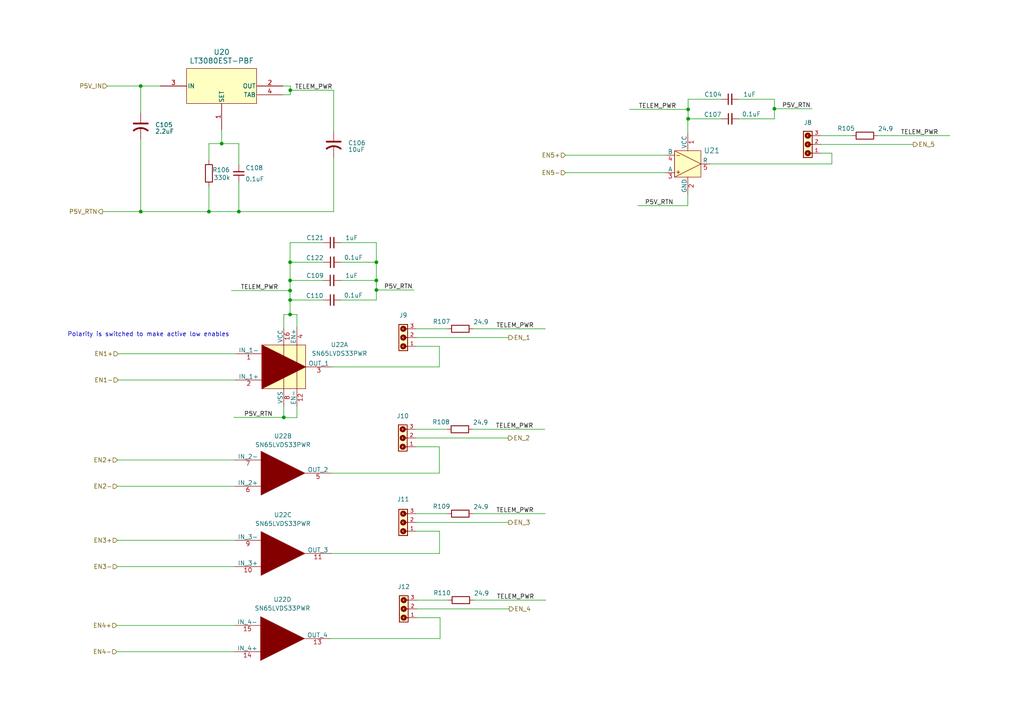
<source format=kicad_sch>
(kicad_sch
	(version 20250114)
	(generator "eeschema")
	(generator_version "9.0")
	(uuid "5e363805-75db-4a20-b5d6-8e9c2f20c010")
	(paper "A4")
	(lib_symbols
		(symbol "Analog_Devices:LT3080EST-PBF"
			(pin_names
				(offset 0.254)
			)
			(exclude_from_sim no)
			(in_bom yes)
			(on_board yes)
			(property "Reference" "U"
				(at 10.16 16.51 0)
				(effects
					(font
						(size 1.524 1.524)
					)
				)
			)
			(property "Value" "LT3080EST-PBF"
				(at 10.16 13.97 0)
				(effects
					(font
						(size 1.524 1.524)
					)
				)
			)
			(property "Footprint" "SOT-3_ST_LIT"
				(at -14.224 13.208 0)
				(effects
					(font
						(size 1.27 1.27)
						(italic yes)
					)
					(hide yes)
				)
			)
			(property "Datasheet" "https://www.analog.com/media/en/technical-documentation/data-sheets/lt3080.pdf"
				(at -10.922 19.558 0)
				(effects
					(font
						(size 1.27 1.27)
						(italic yes)
					)
					(hide yes)
				)
			)
			(property "Description" "IC REG LIN POS ADJ 1.1A SOT223-3"
				(at -17.78 6.35 0)
				(effects
					(font
						(size 1.27 1.27)
					)
					(hide yes)
				)
			)
			(property "Manufacturer" "Analog Devices Inc."
				(at 0 0 0)
				(effects
					(font
						(size 1.27 1.27)
					)
					(hide yes)
				)
			)
			(property "Man. Part Num" "LT3080EST#PBF"
				(at 0 0 0)
				(effects
					(font
						(size 1.27 1.27)
					)
					(hide yes)
				)
			)
			(property "Distributor" "Digi-Key"
				(at 0 0 0)
				(effects
					(font
						(size 1.27 1.27)
					)
					(hide yes)
				)
			)
			(property "Dist. Part Num" "505-LT3080EST#PBF-ND"
				(at 0 0 0)
				(effects
					(font
						(size 1.27 1.27)
					)
					(hide yes)
				)
			)
			(property "Part Type" "SMD"
				(at 0 0 0)
				(effects
					(font
						(size 1.27 1.27)
					)
					(hide yes)
				)
			)
			(property "Package" "SOT223-3"
				(at 0 0 0)
				(effects
					(font
						(size 1.27 1.27)
					)
					(hide yes)
				)
			)
			(property "Notes" ""
				(at 0 0 0)
				(effects
					(font
						(size 1.27 1.27)
					)
					(hide yes)
				)
			)
			(property "ki_keywords" "LT3080EST#PBF"
				(at 0 0 0)
				(effects
					(font
						(size 1.27 1.27)
					)
					(hide yes)
				)
			)
			(property "ki_fp_filters" "SOT-3_ST_LIT SOT-3_ST_LIT-M SOT-3_ST_LIT-L"
				(at 0 0 0)
				(effects
					(font
						(size 1.27 1.27)
					)
					(hide yes)
				)
			)
			(symbol "LT3080EST-PBF_0_1"
				(pin power_in line
					(at -7.62 5.08 0)
					(length 7.62)
					(name "IN"
						(effects
							(font
								(size 1.27 1.27)
							)
						)
					)
					(number "3"
						(effects
							(font
								(size 1.27 1.27)
							)
						)
					)
				)
				(pin input line
					(at 10.16 -7.62 90)
					(length 7.62)
					(name "SET"
						(effects
							(font
								(size 1.27 1.27)
							)
						)
					)
					(number "1"
						(effects
							(font
								(size 1.27 1.27)
							)
						)
					)
				)
				(pin output line
					(at 27.94 5.08 180)
					(length 7.62)
					(name "OUT"
						(effects
							(font
								(size 1.27 1.27)
							)
						)
					)
					(number "2"
						(effects
							(font
								(size 1.27 1.27)
							)
						)
					)
				)
			)
			(symbol "LT3080EST-PBF_1_1"
				(rectangle
					(start 0 10.16)
					(end 20.32 0)
					(stroke
						(width 0)
						(type default)
					)
					(fill
						(type background)
					)
				)
				(pin output line
					(at 27.94 2.54 180)
					(length 7.62)
					(name "TAB"
						(effects
							(font
								(size 1.27 1.27)
							)
						)
					)
					(number "4"
						(effects
							(font
								(size 1.27 1.27)
							)
						)
					)
				)
			)
			(embedded_fonts no)
		)
		(symbol "Passive_Parts:C"
			(pin_numbers
				(hide yes)
			)
			(pin_names
				(offset 0)
				(hide yes)
			)
			(exclude_from_sim no)
			(in_bom yes)
			(on_board yes)
			(property "Reference" "C"
				(at 2.54 5.08 0)
				(effects
					(font
						(size 1.27 1.27)
					)
				)
			)
			(property "Value" ""
				(at 0 0 0)
				(effects
					(font
						(size 1.27 1.27)
					)
				)
			)
			(property "Footprint" ""
				(at 0 0 0)
				(effects
					(font
						(size 1.27 1.27)
					)
					(hide yes)
				)
			)
			(property "Datasheet" ""
				(at 0 0 0)
				(effects
					(font
						(size 1.27 1.27)
					)
					(hide yes)
				)
			)
			(property "Description" ""
				(at 0 0 0)
				(effects
					(font
						(size 1.27 1.27)
					)
					(hide yes)
				)
			)
			(property "Manufacturer" ""
				(at 0 0 0)
				(effects
					(font
						(size 1.27 1.27)
					)
					(hide yes)
				)
			)
			(property "Man. Part Num" ""
				(at 0 0 0)
				(effects
					(font
						(size 1.27 1.27)
					)
					(hide yes)
				)
			)
			(property "Distributor" "Digi-Key"
				(at 0 0 0)
				(effects
					(font
						(size 1.27 1.27)
					)
					(hide yes)
				)
			)
			(property "Dist. Part Num" ""
				(at 0 0 0)
				(effects
					(font
						(size 1.27 1.27)
					)
					(hide yes)
				)
			)
			(property "Package" ""
				(at 0 0 0)
				(effects
					(font
						(size 1.27 1.27)
					)
					(hide yes)
				)
			)
			(property "Part Type" "SMD"
				(at 0 0 0)
				(effects
					(font
						(size 1.27 1.27)
					)
					(hide yes)
				)
			)
			(property "Notes" ""
				(at 0 0 0)
				(effects
					(font
						(size 1.27 1.27)
					)
					(hide yes)
				)
			)
			(symbol "C_0_1"
				(polyline
					(pts
						(xy 2.032 1.016) (xy 2.032 4.064)
					)
					(stroke
						(width 0.3048)
						(type default)
					)
					(fill
						(type none)
					)
				)
				(polyline
					(pts
						(xy 3.048 1.016) (xy 3.048 4.064)
					)
					(stroke
						(width 0.3302)
						(type default)
					)
					(fill
						(type none)
					)
				)
			)
			(symbol "C_1_1"
				(pin passive line
					(at 0 2.54 0)
					(length 2.032)
					(name "~"
						(effects
							(font
								(size 1.27 1.27)
							)
						)
					)
					(number "1"
						(effects
							(font
								(size 1.27 1.27)
							)
						)
					)
				)
				(pin passive line
					(at 5.08 2.54 180)
					(length 2.032)
					(name "~"
						(effects
							(font
								(size 1.27 1.27)
							)
						)
					)
					(number "2"
						(effects
							(font
								(size 1.27 1.27)
							)
						)
					)
				)
			)
			(embedded_fonts no)
		)
		(symbol "Passive_Parts:C_Tantalum"
			(pin_numbers
				(hide yes)
			)
			(pin_names
				(offset 0)
				(hide yes)
			)
			(exclude_from_sim no)
			(in_bom yes)
			(on_board yes)
			(property "Reference" "C"
				(at 0 0 0)
				(effects
					(font
						(size 1.27 1.27)
					)
				)
			)
			(property "Value" ""
				(at 0 0 0)
				(effects
					(font
						(size 1.27 1.27)
					)
				)
			)
			(property "Footprint" ""
				(at 0 0 0)
				(effects
					(font
						(size 1.27 1.27)
					)
					(hide yes)
				)
			)
			(property "Datasheet" ""
				(at 0 0 0)
				(effects
					(font
						(size 1.27 1.27)
					)
					(hide yes)
				)
			)
			(property "Description" ""
				(at 0 0 0)
				(effects
					(font
						(size 1.27 1.27)
					)
					(hide yes)
				)
			)
			(property "Manufacturer" ""
				(at 0 0 0)
				(effects
					(font
						(size 1.27 1.27)
					)
					(hide yes)
				)
			)
			(property "Man. Part Num" ""
				(at 0 0 0)
				(effects
					(font
						(size 1.27 1.27)
					)
					(hide yes)
				)
			)
			(property "Distributor" "Digi-Key"
				(at 0 0 0)
				(effects
					(font
						(size 1.27 1.27)
					)
					(hide yes)
				)
			)
			(property "Dist. Part Num" ""
				(at 0 0 0)
				(effects
					(font
						(size 1.27 1.27)
					)
					(hide yes)
				)
			)
			(property "Part Type" ""
				(at 0 0 0)
				(effects
					(font
						(size 1.27 1.27)
					)
					(hide yes)
				)
			)
			(property "Package" ""
				(at 0 0 0)
				(effects
					(font
						(size 1.27 1.27)
					)
					(hide yes)
				)
			)
			(property "Notes" ""
				(at 0 0 0)
				(effects
					(font
						(size 1.27 1.27)
					)
					(hide yes)
				)
			)
			(symbol "C_Tantalum_0_1"
				(polyline
					(pts
						(xy 4.318 0.508) (xy 4.318 4.572)
					)
					(stroke
						(width 0.508)
						(type default)
					)
					(fill
						(type none)
					)
				)
				(arc
					(start 6.35 0.508)
					(mid 5.6372 2.54)
					(end 6.35 4.572)
					(stroke
						(width 0.508)
						(type default)
					)
					(fill
						(type none)
					)
				)
			)
			(symbol "C_Tantalum_1_1"
				(pin passive line
					(at 1.27 2.54 0)
					(length 2.794)
					(name "~"
						(effects
							(font
								(size 1.27 1.27)
							)
						)
					)
					(number "1"
						(effects
							(font
								(size 1.27 1.27)
							)
						)
					)
				)
				(pin passive line
					(at 8.89 2.54 180)
					(length 3.302)
					(name "~"
						(effects
							(font
								(size 1.27 1.27)
							)
						)
					)
					(number "2"
						(effects
							(font
								(size 1.27 1.27)
							)
						)
					)
				)
			)
			(embedded_fonts no)
		)
		(symbol "Passive_Parts:R"
			(pin_numbers
				(hide yes)
			)
			(pin_names
				(offset 0)
				(hide yes)
			)
			(exclude_from_sim no)
			(in_bom yes)
			(on_board yes)
			(property "Reference" "R"
				(at 2.54 5.08 0)
				(effects
					(font
						(size 1.27 1.27)
					)
				)
			)
			(property "Value" ""
				(at 0 0 0)
				(effects
					(font
						(size 1.27 1.27)
					)
				)
			)
			(property "Footprint" ""
				(at 0 0 0)
				(effects
					(font
						(size 1.27 1.27)
					)
					(hide yes)
				)
			)
			(property "Datasheet" ""
				(at 0 0 0)
				(effects
					(font
						(size 1.27 1.27)
					)
					(hide yes)
				)
			)
			(property "Description" ""
				(at 0 0 0)
				(effects
					(font
						(size 1.27 1.27)
					)
					(hide yes)
				)
			)
			(property "Manufacturer" ""
				(at 0 0 0)
				(effects
					(font
						(size 1.27 1.27)
					)
					(hide yes)
				)
			)
			(property "Man. Part Num" ""
				(at 0 0 0)
				(effects
					(font
						(size 1.27 1.27)
					)
					(hide yes)
				)
			)
			(property "Distributor" "Digi-Key"
				(at 0 0 0)
				(effects
					(font
						(size 1.27 1.27)
					)
					(hide yes)
				)
			)
			(property "Dist. Part Num" ""
				(at 0 0 0)
				(effects
					(font
						(size 1.27 1.27)
					)
					(hide yes)
				)
			)
			(property "Part Type" "SMD"
				(at 0 0 0)
				(effects
					(font
						(size 1.27 1.27)
					)
					(hide yes)
				)
			)
			(property "Notes" ""
				(at 0 0 0)
				(effects
					(font
						(size 1.27 1.27)
					)
					(hide yes)
				)
			)
			(property "Package" ""
				(at 0 0 0)
				(effects
					(font
						(size 1.27 1.27)
					)
					(hide yes)
				)
			)
			(symbol "R_0_1"
				(rectangle
					(start 5.08 1.524)
					(end 0 3.556)
					(stroke
						(width 0.254)
						(type default)
					)
					(fill
						(type none)
					)
				)
			)
			(symbol "R_1_1"
				(pin passive line
					(at -1.27 2.54 0)
					(length 1.27)
					(name "~"
						(effects
							(font
								(size 1.27 1.27)
							)
						)
					)
					(number "1"
						(effects
							(font
								(size 1.27 1.27)
							)
						)
					)
				)
				(pin passive line
					(at 6.35 2.54 180)
					(length 1.27)
					(name "~"
						(effects
							(font
								(size 1.27 1.27)
							)
						)
					)
					(number "2"
						(effects
							(font
								(size 1.27 1.27)
							)
						)
					)
				)
			)
			(embedded_fonts no)
		)
		(symbol "Texas_Instruments:SN65LVDS2DBVR"
			(pin_names
				(offset 0)
			)
			(exclude_from_sim no)
			(in_bom yes)
			(on_board yes)
			(property "Reference" "U"
				(at 7.366 -2.54 0)
				(effects
					(font
						(size 1.524 1.524)
					)
				)
			)
			(property "Value" "SN65LVDS2DBVR"
				(at 16.002 -6.604 0)
				(effects
					(font
						(size 1.524 1.524)
					)
					(hide yes)
				)
			)
			(property "Footprint" "Texas Instruments:DBV5"
				(at 25.654 15.24 0)
				(effects
					(font
						(size 1.27 1.27)
						(italic yes)
					)
					(hide yes)
				)
			)
			(property "Datasheet" "https://www.ti.com/lit/ds/symlink/sn65lvds1.pdf?HQS=dis-dk-null-digikeymode-dsf-pf-null-wwe&ts=1743962241896&ref_url=https%253A%252F%252Fwww.ti.com%252Fgeneral%252Fdocs%252Fsuppproductinfo.tsp%253FdistId%253D10%2526gotoUrl%253Dhttps%253A%252F%252Fwww.ti.com%252Flit%252Fgpn%252Fsn65lvds1"
				(at 24.638 12.446 0)
				(effects
					(font
						(size 1.27 1.27)
						(italic yes)
					)
					(hide yes)
				)
			)
			(property "Description" "0/1 Receiver LVDS SOT-23-5"
				(at 12.7 -13.97 0)
				(effects
					(font
						(size 1.27 1.27)
					)
					(hide yes)
				)
			)
			(property "Manufacturer" "Texas Instruments"
				(at 0 0 0)
				(effects
					(font
						(size 1.27 1.27)
					)
					(hide yes)
				)
			)
			(property "Man. Part Num" "SN65LVDS2DBVR"
				(at 0 0 0)
				(effects
					(font
						(size 1.27 1.27)
					)
					(hide yes)
				)
			)
			(property "Distributor" "Digi-Key"
				(at 0 0 0)
				(effects
					(font
						(size 1.27 1.27)
					)
					(hide yes)
				)
			)
			(property "Dist. Part Num" "296-6920-1-ND"
				(at 0 0 0)
				(effects
					(font
						(size 1.27 1.27)
					)
					(hide yes)
				)
			)
			(property "Part Type" "SMD"
				(at 0 0 0)
				(effects
					(font
						(size 1.27 1.27)
					)
					(hide yes)
				)
			)
			(property "Package" "SOT-23-5"
				(at 0 0 0)
				(effects
					(font
						(size 1.27 1.27)
					)
					(hide yes)
				)
			)
			(property "Notes" ""
				(at 0 0 0)
				(effects
					(font
						(size 1.27 1.27)
					)
					(hide yes)
				)
			)
			(property "ki_keywords" "SN65LVDS2DBVR"
				(at 0 0 0)
				(effects
					(font
						(size 1.27 1.27)
					)
					(hide yes)
				)
			)
			(property "ki_fp_filters" "DBV5 DBV5-M DBV5-L"
				(at 0 0 0)
				(effects
					(font
						(size 1.27 1.27)
					)
					(hide yes)
				)
			)
			(symbol "SN65LVDS2DBVR_1_1"
				(rectangle
					(start 0 7.62)
					(end 7.62 0)
					(stroke
						(width 0)
						(type default)
					)
					(fill
						(type background)
					)
				)
				(polyline
					(pts
						(xy 0 0) (xy 0 7.62) (xy 7.62 3.81) (xy 0 0)
					)
					(stroke
						(width 0)
						(type default)
					)
					(fill
						(type none)
					)
				)
				(text "-"
					(at 1.016 6.35 0)
					(effects
						(font
							(size 1.27 1.27)
						)
					)
				)
				(text "+"
					(at 1.016 1.524 0)
					(effects
						(font
							(size 1.27 1.27)
						)
					)
				)
				(pin input line
					(at -2.54 6.35 0)
					(length 2.54)
					(name "B"
						(effects
							(font
								(size 1.27 1.27)
							)
						)
					)
					(number "4"
						(effects
							(font
								(size 1.27 1.27)
							)
						)
					)
				)
				(pin input line
					(at -2.54 1.27 0)
					(length 2.54)
					(name "A"
						(effects
							(font
								(size 1.27 1.27)
							)
						)
					)
					(number "3"
						(effects
							(font
								(size 1.27 1.27)
							)
						)
					)
				)
				(pin power_in line
					(at 3.81 12.7 270)
					(length 5.08)
					(name "VCC"
						(effects
							(font
								(size 1.27 1.27)
							)
						)
					)
					(number "1"
						(effects
							(font
								(size 1.27 1.27)
							)
						)
					)
				)
				(pin power_in line
					(at 3.81 -5.08 90)
					(length 5.08)
					(name "GND"
						(effects
							(font
								(size 1.27 1.27)
							)
						)
					)
					(number "2"
						(effects
							(font
								(size 1.27 1.27)
							)
						)
					)
				)
				(pin output line
					(at 10.16 3.81 180)
					(length 2.54)
					(name "R"
						(effects
							(font
								(size 1.27 1.27)
							)
						)
					)
					(number "5"
						(effects
							(font
								(size 1.27 1.27)
							)
						)
					)
				)
			)
			(embedded_fonts no)
		)
		(symbol "Texas_Instruments:SN65LVDS33PWR"
			(pin_names
				(offset 0)
			)
			(exclude_from_sim no)
			(in_bom yes)
			(on_board yes)
			(property "Reference" "U"
				(at -5.08 -3.81 0)
				(effects
					(font
						(size 1.27 1.27)
					)
				)
			)
			(property "Value" "SN65LVDS33PWR"
				(at 0 0 0)
				(effects
					(font
						(size 1.27 1.27)
					)
				)
			)
			(property "Footprint" "Texas Instruments:SN65LVDS33PWR_16TSSOP"
				(at 0 0 0)
				(effects
					(font
						(size 1.27 1.27)
					)
					(hide yes)
				)
			)
			(property "Datasheet" "https://www.ti.com/lit/ds/slls490b/slls490b.pdf"
				(at 0 0 0)
				(effects
					(font
						(size 1.27 1.27)
					)
					(hide yes)
				)
			)
			(property "Description" "0/4 Receiver LVDS 16-TSSOP"
				(at 0 0 0)
				(effects
					(font
						(size 1.27 1.27)
					)
					(hide yes)
				)
			)
			(property "Manufacturer" "Texas Instruments"
				(at 0 0 0)
				(effects
					(font
						(size 1.27 1.27)
					)
					(hide yes)
				)
			)
			(property "Man. Part Num" "SN65LVDS33PWR"
				(at 0 0 0)
				(effects
					(font
						(size 1.27 1.27)
					)
					(hide yes)
				)
			)
			(property "Distributor" "Digi-Key"
				(at 0 0 0)
				(effects
					(font
						(size 1.27 1.27)
					)
					(hide yes)
				)
			)
			(property "Dist. Part Num" "296-31720-1-ND"
				(at 0 0 0)
				(effects
					(font
						(size 1.27 1.27)
					)
					(hide yes)
				)
			)
			(property "Package" "16-TSSOP"
				(at 0 0 0)
				(effects
					(font
						(size 1.27 1.27)
					)
					(hide yes)
				)
			)
			(property "Part Type" "SMD"
				(at 0 0 0)
				(effects
					(font
						(size 1.27 1.27)
					)
					(hide yes)
				)
			)
			(property "Notes" ""
				(at 0 0 0)
				(effects
					(font
						(size 1.27 1.27)
					)
					(hide yes)
				)
			)
			(property "ki_locked" ""
				(at 0 0 0)
				(effects
					(font
						(size 1.27 1.27)
					)
				)
			)
			(symbol "SN65LVDS33PWR_1_1"
				(rectangle
					(start 0 12.7)
					(end 12.7 0)
					(stroke
						(width 0)
						(type default)
					)
					(fill
						(type background)
					)
				)
				(polyline
					(pts
						(xy 0 0) (xy 0 12.7) (xy 12.7 6.35) (xy 0 0)
					)
					(stroke
						(width 0)
						(type default)
					)
					(fill
						(type outline)
					)
				)
				(polyline
					(pts
						(xy 6.35 12.7) (xy 6.35 8.89)
					)
					(stroke
						(width 0)
						(type default)
					)
					(fill
						(type none)
					)
				)
				(polyline
					(pts
						(xy 6.35 0) (xy 6.35 3.81)
					)
					(stroke
						(width 0)
						(type default)
					)
					(fill
						(type none)
					)
				)
				(polyline
					(pts
						(xy 10.16 6.35) (xy 10.16 12.7)
					)
					(stroke
						(width 0)
						(type default)
					)
					(fill
						(type none)
					)
				)
				(polyline
					(pts
						(xy 10.16 6.35) (xy 10.16 0)
					)
					(stroke
						(width 0)
						(type default)
					)
					(fill
						(type none)
					)
				)
				(pin input line
					(at -7.62 10.16 0)
					(length 7.62)
					(name "IN_1-"
						(effects
							(font
								(size 1.27 1.27)
							)
						)
					)
					(number "1"
						(effects
							(font
								(size 1.27 1.27)
							)
						)
					)
				)
				(pin input line
					(at -7.62 2.54 0)
					(length 7.62)
					(name "IN_1+"
						(effects
							(font
								(size 1.27 1.27)
							)
						)
					)
					(number "2"
						(effects
							(font
								(size 1.27 1.27)
							)
						)
					)
				)
				(pin power_in line
					(at 6.35 17.78 270)
					(length 5.08)
					(name "VCC"
						(effects
							(font
								(size 1.27 1.27)
							)
						)
					)
					(number "16"
						(effects
							(font
								(size 1.27 1.27)
							)
						)
					)
				)
				(pin power_in line
					(at 6.35 -5.08 90)
					(length 5.08)
					(name "VSS"
						(effects
							(font
								(size 1.27 1.27)
							)
						)
					)
					(number "8"
						(effects
							(font
								(size 1.27 1.27)
							)
						)
					)
				)
				(pin input line
					(at 10.16 17.78 270)
					(length 5.08)
					(name "EN+"
						(effects
							(font
								(size 1.27 1.27)
							)
						)
					)
					(number "4"
						(effects
							(font
								(size 1.27 1.27)
							)
						)
					)
				)
				(pin input line
					(at 10.16 -5.08 90)
					(length 5.08)
					(name "EN-"
						(effects
							(font
								(size 1.27 1.27)
							)
						)
					)
					(number "12"
						(effects
							(font
								(size 1.27 1.27)
							)
						)
					)
				)
				(pin input line
					(at 20.32 6.35 180)
					(length 7.62)
					(name "OUT_1"
						(effects
							(font
								(size 1.27 1.27)
							)
						)
					)
					(number "3"
						(effects
							(font
								(size 1.27 1.27)
							)
						)
					)
				)
			)
			(symbol "SN65LVDS33PWR_2_1"
				(polyline
					(pts
						(xy 0 0) (xy 0 12.7) (xy 12.7 6.35) (xy 0 0)
					)
					(stroke
						(width 0)
						(type default)
					)
					(fill
						(type outline)
					)
				)
				(pin input line
					(at -7.62 10.16 0)
					(length 7.62)
					(name "IN_2-"
						(effects
							(font
								(size 1.27 1.27)
							)
						)
					)
					(number "7"
						(effects
							(font
								(size 1.27 1.27)
							)
						)
					)
				)
				(pin input line
					(at -7.62 2.54 0)
					(length 7.62)
					(name "IN_2+"
						(effects
							(font
								(size 1.27 1.27)
							)
						)
					)
					(number "6"
						(effects
							(font
								(size 1.27 1.27)
							)
						)
					)
				)
				(pin output line
					(at 20.32 6.35 180)
					(length 7.62)
					(name "OUT_2"
						(effects
							(font
								(size 1.27 1.27)
							)
						)
					)
					(number "5"
						(effects
							(font
								(size 1.27 1.27)
							)
						)
					)
				)
			)
			(symbol "SN65LVDS33PWR_3_1"
				(polyline
					(pts
						(xy 0 0) (xy 0 12.7) (xy 12.7 6.35) (xy 0 0)
					)
					(stroke
						(width 0)
						(type default)
					)
					(fill
						(type outline)
					)
				)
				(pin input line
					(at -7.62 10.16 0)
					(length 7.62)
					(name "IN_3-"
						(effects
							(font
								(size 1.27 1.27)
							)
						)
					)
					(number "9"
						(effects
							(font
								(size 1.27 1.27)
							)
						)
					)
				)
				(pin input line
					(at -7.62 2.54 0)
					(length 7.62)
					(name "IN_3+"
						(effects
							(font
								(size 1.27 1.27)
							)
						)
					)
					(number "10"
						(effects
							(font
								(size 1.27 1.27)
							)
						)
					)
				)
				(pin input line
					(at 20.32 6.35 180)
					(length 7.62)
					(name "OUT_3"
						(effects
							(font
								(size 1.27 1.27)
							)
						)
					)
					(number "11"
						(effects
							(font
								(size 1.27 1.27)
							)
						)
					)
				)
			)
			(symbol "SN65LVDS33PWR_4_1"
				(polyline
					(pts
						(xy 0 0) (xy 0 12.7) (xy 12.7 6.35) (xy 0 0)
					)
					(stroke
						(width 0)
						(type default)
					)
					(fill
						(type outline)
					)
				)
				(pin input line
					(at -7.62 10.16 0)
					(length 7.62)
					(name "IN_4-"
						(effects
							(font
								(size 1.27 1.27)
							)
						)
					)
					(number "15"
						(effects
							(font
								(size 1.27 1.27)
							)
						)
					)
				)
				(pin input line
					(at -7.62 2.54 0)
					(length 7.62)
					(name "IN_4+"
						(effects
							(font
								(size 1.27 1.27)
							)
						)
					)
					(number "14"
						(effects
							(font
								(size 1.27 1.27)
							)
						)
					)
				)
				(pin input line
					(at 20.32 6.35 180)
					(length 7.62)
					(name "OUT_4"
						(effects
							(font
								(size 1.27 1.27)
							)
						)
					)
					(number "13"
						(effects
							(font
								(size 1.27 1.27)
							)
						)
					)
				)
			)
			(embedded_fonts no)
		)
		(symbol "Wurth_Elektronik:6130XX11121_61300311121"
			(pin_names
				(offset 1.016)
			)
			(exclude_from_sim no)
			(in_bom yes)
			(on_board yes)
			(property "Reference" "J"
				(at -5.08 -1.778 0)
				(effects
					(font
						(size 1.27 1.27)
					)
					(justify right bottom)
				)
			)
			(property "Value" "61300311121"
				(at 0 0 0)
				(effects
					(font
						(size 1.27 1.27)
					)
					(justify bottom)
					(hide yes)
				)
			)
			(property "Footprint" "6130XX11121_61300311121:61300311121"
				(at 0 0 0)
				(effects
					(font
						(size 1.27 1.27)
					)
					(justify bottom)
					(hide yes)
				)
			)
			(property "Datasheet" ""
				(at 0 0 0)
				(effects
					(font
						(size 1.27 1.27)
					)
					(hide yes)
				)
			)
			(property "Description" ""
				(at 0 0 0)
				(effects
					(font
						(size 1.27 1.27)
					)
					(hide yes)
				)
			)
			(property "ROWS" "Single"
				(at 0 0 0)
				(effects
					(font
						(size 1.27 1.27)
					)
					(justify bottom)
					(hide yes)
				)
			)
			(property "GENDER" "Pin Header"
				(at 0 0 0)
				(effects
					(font
						(size 1.27 1.27)
					)
					(justify bottom)
					(hide yes)
				)
			)
			(property "MOUNT" "THT"
				(at 0 0 0)
				(effects
					(font
						(size 1.27 1.27)
					)
					(justify bottom)
					(hide yes)
				)
			)
			(property "IR" "3A"
				(at 0 0 0)
				(effects
					(font
						(size 1.27 1.27)
					)
					(justify bottom)
					(hide yes)
				)
			)
			(property "PACKAGING" "Bag"
				(at 0 0 0)
				(effects
					(font
						(size 1.27 1.27)
					)
					(justify bottom)
					(hide yes)
				)
			)
			(property "PART-NUMBER" "61300311121"
				(at 0 0 0)
				(effects
					(font
						(size 1.27 1.27)
					)
					(justify bottom)
					(hide yes)
				)
			)
			(property "DATASHEET-URL" "https://www.we-online.com/redexpert/spec/61300311121?ae"
				(at 0 0 0)
				(effects
					(font
						(size 1.27 1.27)
					)
					(justify bottom)
					(hide yes)
				)
			)
			(property "PITCH" "2.54mm"
				(at 0 0 0)
				(effects
					(font
						(size 1.27 1.27)
					)
					(justify bottom)
					(hide yes)
				)
			)
			(property "PINS" "3"
				(at 0 0 0)
				(effects
					(font
						(size 1.27 1.27)
					)
					(justify bottom)
					(hide yes)
				)
			)
			(property "TYPE" "Straight"
				(at 0 0 0)
				(effects
					(font
						(size 1.27 1.27)
					)
					(justify bottom)
					(hide yes)
				)
			)
			(symbol "6130XX11121_61300311121_0_0"
				(rectangle
					(start -3.81 -2.54)
					(end 3.81 0)
					(stroke
						(width 0.254)
						(type default)
					)
					(fill
						(type background)
					)
				)
				(circle
					(center -2.54 -1.27)
					(radius 0.254)
					(stroke
						(width 0.635)
						(type default)
					)
					(fill
						(type none)
					)
				)
				(polyline
					(pts
						(xy -2.54 -1.27) (xy -2.54 -2.54)
					)
					(stroke
						(width 0.254)
						(type default)
					)
					(fill
						(type none)
					)
				)
				(polyline
					(pts
						(xy 0 -1.27) (xy 0 -2.54)
					)
					(stroke
						(width 0.254)
						(type default)
					)
					(fill
						(type none)
					)
				)
				(circle
					(center 0 -1.27)
					(radius 0.254)
					(stroke
						(width 0.635)
						(type default)
					)
					(fill
						(type none)
					)
				)
				(polyline
					(pts
						(xy 2.54 -1.27) (xy 2.54 -2.54)
					)
					(stroke
						(width 0.254)
						(type default)
					)
					(fill
						(type none)
					)
				)
				(circle
					(center 2.54 -1.27)
					(radius 0.254)
					(stroke
						(width 0.635)
						(type default)
					)
					(fill
						(type none)
					)
				)
				(pin passive line
					(at -2.54 -5.08 90)
					(length 2.54)
					(name "~"
						(effects
							(font
								(size 1.016 1.016)
							)
						)
					)
					(number "1"
						(effects
							(font
								(size 1.016 1.016)
							)
						)
					)
				)
				(pin passive line
					(at 0 -5.08 90)
					(length 2.54)
					(name "~"
						(effects
							(font
								(size 1.016 1.016)
							)
						)
					)
					(number "2"
						(effects
							(font
								(size 1.016 1.016)
							)
						)
					)
				)
				(pin passive line
					(at 2.54 -5.08 90)
					(length 2.54)
					(name "~"
						(effects
							(font
								(size 1.016 1.016)
							)
						)
					)
					(number "3"
						(effects
							(font
								(size 1.016 1.016)
							)
						)
					)
				)
			)
			(embedded_fonts no)
		)
	)
	(text "Polarity is switched to make active low enables"
		(exclude_from_sim no)
		(at 43.0417 97.0846 0)
		(effects
			(font
				(size 1.27 1.27)
			)
		)
		(uuid "b92d6c0d-ea15-47e8-9014-86e284534d90")
	)
	(junction
		(at 40.8172 24.9505)
		(diameter 0)
		(color 0 0 0 0)
		(uuid "088ea1cb-a264-4cda-ab58-75b627765851")
	)
	(junction
		(at 82.3084 121.0637)
		(diameter 0)
		(color 0 0 0 0)
		(uuid "0b1e3113-a616-4868-9487-3bca11e3c1cc")
	)
	(junction
		(at 109.1599 76.0554)
		(diameter 0)
		(color 0 0 0 0)
		(uuid "1d249653-7d39-428c-bdda-80aa50346b3f")
	)
	(junction
		(at 69.2729 61.3766)
		(diameter 0)
		(color 0 0 0 0)
		(uuid "59243533-7eec-4521-93c3-e41e06cbe1d8")
	)
	(junction
		(at 40.8172 61.3766)
		(diameter 0)
		(color 0 0 0 0)
		(uuid "6760d0a2-fe19-409b-8ae2-72f81460ad4a")
	)
	(junction
		(at 109.1599 84.1096)
		(diameter 0)
		(color 0 0 0 0)
		(uuid "69966b93-979c-45b2-852b-97502d73d0a1")
	)
	(junction
		(at 84.1374 76.0554)
		(diameter 0)
		(color 0 0 0 0)
		(uuid "6b3d66d0-9850-4f91-be5e-52a7d9ff913e")
	)
	(junction
		(at 84.1374 91.2281)
		(diameter 0)
		(color 0 0 0 0)
		(uuid "7d73b901-00de-4c3d-9f77-8d4d7426b71d")
	)
	(junction
		(at 199.5792 31.724)
		(diameter 0)
		(color 0 0 0 0)
		(uuid "8f3065aa-875f-4813-872b-2c339ebb137e")
	)
	(junction
		(at 84.1374 81.3449)
		(diameter 0)
		(color 0 0 0 0)
		(uuid "91187de6-cc19-4c6a-9ee7-aa47cbd3abf4")
	)
	(junction
		(at 84.1374 87.0261)
		(diameter 0)
		(color 0 0 0 0)
		(uuid "94198be5-2684-4a12-a6ed-370212266e4d")
	)
	(junction
		(at 84.1974 26.1746)
		(diameter 0)
		(color 0 0 0 0)
		(uuid "a23cf6cb-0de1-461a-be8d-a73363d3228b")
	)
	(junction
		(at 109.1599 81.3449)
		(diameter 0)
		(color 0 0 0 0)
		(uuid "aa563fe3-6118-406c-9603-4678f4b98fae")
	)
	(junction
		(at 64.2927 41.6544)
		(diameter 0)
		(color 0 0 0 0)
		(uuid "b6c42a3f-ba51-42f9-b8ca-79385caa321c")
	)
	(junction
		(at 84.1374 84.282)
		(diameter 0)
		(color 0 0 0 0)
		(uuid "df6d149c-6cbf-4934-a86a-d040578013d5")
	)
	(junction
		(at 60.5931 61.3766)
		(diameter 0)
		(color 0 0 0 0)
		(uuid "dffcb679-ebec-4a21-8a78-8a6677450118")
	)
	(junction
		(at 224.6017 31.5516)
		(diameter 0)
		(color 0 0 0 0)
		(uuid "e236600d-daaa-407e-af8f-12fdb8d5e310")
	)
	(junction
		(at 199.5792 34.4681)
		(diameter 0)
		(color 0 0 0 0)
		(uuid "ff873521-aa52-4177-9b76-d35db9c93794")
	)
	(wire
		(pts
			(xy 109.1599 87.0261) (xy 98.8669 87.0261)
		)
		(stroke
			(width 0)
			(type default)
		)
		(uuid "02aef7e0-f5fa-4e11-a727-8d2711b0aaad")
	)
	(wire
		(pts
			(xy 93.7869 87.0261) (xy 84.1374 87.0261)
		)
		(stroke
			(width 0)
			(type default)
		)
		(uuid "0e8661ab-3b27-4e44-9dce-96c4b5146f29")
	)
	(wire
		(pts
			(xy 40.8172 24.9505) (xy 46.5127 24.9505)
		)
		(stroke
			(width 0)
			(type default)
		)
		(uuid "117b4cff-e36e-4a46-94e1-4bfba04a08ad")
	)
	(wire
		(pts
			(xy 182.559 31.724) (xy 199.5792 31.724)
		)
		(stroke
			(width 0)
			(type default)
		)
		(uuid "1339edc8-66e4-4445-a701-930b716bef85")
	)
	(wire
		(pts
			(xy 224.6017 31.5516) (xy 235.5311 31.5516)
		)
		(stroke
			(width 0)
			(type default)
		)
		(uuid "156a1b73-c461-4564-87b1-9f7effc38e6f")
	)
	(wire
		(pts
			(xy 199.4937 34.4681) (xy 199.5792 34.4681)
		)
		(stroke
			(width 0)
			(type default)
		)
		(uuid "19065517-ee33-4b62-8a46-1a3fb84bb635")
	)
	(wire
		(pts
			(xy 82.0727 24.9505) (xy 84.1974 24.9505)
		)
		(stroke
			(width 0)
			(type default)
		)
		(uuid "196eac4c-6093-48db-bd48-55264ccf5fd9")
	)
	(wire
		(pts
			(xy 209.2287 34.4681) (xy 199.5792 34.4681)
		)
		(stroke
			(width 0)
			(type default)
		)
		(uuid "1bd315d6-3371-442b-aed5-8105e9191a7e")
	)
	(wire
		(pts
			(xy 31.1041 24.9505) (xy 40.8172 24.9505)
		)
		(stroke
			(width 0)
			(type default)
		)
		(uuid "27d33041-69b1-4f45-af5b-18b1ada31eff")
	)
	(wire
		(pts
			(xy 96.0357 137.233) (xy 127.4145 137.233)
		)
		(stroke
			(width 0)
			(type default)
		)
		(uuid "2973e2c8-42a3-4af9-aaf8-3eb65e8bcf55")
	)
	(wire
		(pts
			(xy 127.4466 100.4459) (xy 120.7704 100.4459)
		)
		(stroke
			(width 0)
			(type default)
		)
		(uuid "29eaeb43-4556-41fe-859a-6386d586f28e")
	)
	(wire
		(pts
			(xy 60.5931 41.6544) (xy 60.5931 46.4682)
		)
		(stroke
			(width 0)
			(type default)
		)
		(uuid "2a426229-a57a-403f-a366-bc1876590fba")
	)
	(wire
		(pts
			(xy 238.1033 39.3479) (xy 247.0483 39.3479)
		)
		(stroke
			(width 0)
			(type default)
		)
		(uuid "2f0f744a-b440-4c58-b5e5-c8229f22a78b")
	)
	(wire
		(pts
			(xy 84.1374 87.0261) (xy 84.1374 91.2281)
		)
		(stroke
			(width 0)
			(type default)
		)
		(uuid "2fcc9cd1-1dfa-4011-ad55-cc7511636d83")
	)
	(wire
		(pts
			(xy 224.6017 34.4681) (xy 214.3087 34.4681)
		)
		(stroke
			(width 0)
			(type default)
		)
		(uuid "308651a8-750e-4e23-95cf-40ce73ecf5c4")
	)
	(wire
		(pts
			(xy 67.9474 181.4052) (xy 33.8992 181.4052)
		)
		(stroke
			(width 0)
			(type default)
		)
		(uuid "31155683-3d8a-415c-87ff-6e2b7f7db0f2")
	)
	(wire
		(pts
			(xy 137.4801 174.0656) (xy 158.3069 174.0656)
		)
		(stroke
			(width 0)
			(type default)
		)
		(uuid "3357feed-cfe8-49bf-9bce-42589e7ed903")
	)
	(wire
		(pts
			(xy 69.2729 61.3766) (xy 69.2729 52.8509)
		)
		(stroke
			(width 0)
			(type default)
		)
		(uuid "38925d3a-aa57-467c-94c2-198293d2d81b")
	)
	(wire
		(pts
			(xy 68.0957 141.043) (xy 34.0475 141.043)
		)
		(stroke
			(width 0)
			(type default)
		)
		(uuid "3d81794f-454a-493a-bffc-588fb5f2df1f")
	)
	(wire
		(pts
			(xy 68.0957 156.7198) (xy 34.0475 156.7198)
		)
		(stroke
			(width 0)
			(type default)
		)
		(uuid "3e8fc18c-f6e3-497a-b41d-160bdd22ae35")
	)
	(wire
		(pts
			(xy 82.3084 121.1356) (xy 86.1184 121.1356)
		)
		(stroke
			(width 0)
			(type default)
		)
		(uuid "41220ada-a80f-404e-a80f-b8fa154309e3")
	)
	(wire
		(pts
			(xy 193.1437 45.0104) (xy 164.0227 45.0104)
		)
		(stroke
			(width 0)
			(type default)
		)
		(uuid "44ed4162-563b-462e-8483-23104d501e54")
	)
	(wire
		(pts
			(xy 137.3184 148.9892) (xy 158.1452 148.9892)
		)
		(stroke
			(width 0)
			(type default)
		)
		(uuid "45a992d9-abc8-4bd9-836b-3b06f5be0f64")
	)
	(wire
		(pts
			(xy 120.7534 148.9892) (xy 129.6984 148.9892)
		)
		(stroke
			(width 0)
			(type default)
		)
		(uuid "4fec19d9-3fdb-4323-8b8f-057d665688ce")
	)
	(wire
		(pts
			(xy 241.2742 44.4279) (xy 238.1033 44.4279)
		)
		(stroke
			(width 0)
			(type default)
		)
		(uuid "5113d167-7826-4992-96ce-405ec28c00df")
	)
	(wire
		(pts
			(xy 84.1974 26.1746) (xy 84.1974 27.4905)
		)
		(stroke
			(width 0)
			(type default)
		)
		(uuid "5506b0b6-694e-496c-b90e-b054795a459b")
	)
	(wire
		(pts
			(xy 127.6453 179.1456) (xy 127.6453 185.2152)
		)
		(stroke
			(width 0)
			(type default)
		)
		(uuid "55403592-9b44-47ac-8c5e-c506887b1ba2")
	)
	(wire
		(pts
			(xy 64.2927 41.6544) (xy 60.5931 41.6544)
		)
		(stroke
			(width 0)
			(type default)
		)
		(uuid "583a410d-7738-40ae-af9e-a6dbda216c82")
	)
	(wire
		(pts
			(xy 120.7704 95.3659) (xy 129.7154 95.3659)
		)
		(stroke
			(width 0)
			(type default)
		)
		(uuid "5ad4e0e5-4482-4723-803a-7f2526619245")
	)
	(wire
		(pts
			(xy 68.3384 102.6033) (xy 34.2902 102.6033)
		)
		(stroke
			(width 0)
			(type default)
		)
		(uuid "5ad668fe-b089-4af4-badc-ae5f17a9290f")
	)
	(wire
		(pts
			(xy 40.8172 61.3766) (xy 29.7413 61.3766)
		)
		(stroke
			(width 0)
			(type default)
		)
		(uuid "5d8db597-5cbd-49ac-8e1f-9ee960dbcec6")
	)
	(wire
		(pts
			(xy 84.1374 81.3449) (xy 93.7546 81.3449)
		)
		(stroke
			(width 0)
			(type default)
		)
		(uuid "6311df43-ae22-4a28-b4e8-1c1ee4ea9733")
	)
	(wire
		(pts
			(xy 199.4937 59.6608) (xy 184.9961 59.6608)
		)
		(stroke
			(width 0)
			(type default)
		)
		(uuid "6a74d0a1-a469-4415-8e12-c1289875d030")
	)
	(wire
		(pts
			(xy 254.6683 39.3479) (xy 275.4951 39.3479)
		)
		(stroke
			(width 0)
			(type default)
		)
		(uuid "6ae7261f-92b5-47e7-8d81-6ec1c2ceece4")
	)
	(wire
		(pts
			(xy 93.7837 70.3742) (xy 84.1374 70.3742)
		)
		(stroke
			(width 0)
			(type default)
		)
		(uuid "6c2ea61f-d543-46f6-b8d1-c99b21f12d85")
	)
	(wire
		(pts
			(xy 120.7534 151.5292) (xy 147.5348 151.5292)
		)
		(stroke
			(width 0)
			(type default)
		)
		(uuid "6cf108ba-5fd5-4440-9c41-c711ea5e1f54")
	)
	(wire
		(pts
			(xy 238.1033 41.8879) (xy 264.8847 41.8879)
		)
		(stroke
			(width 0)
			(type default)
		)
		(uuid "6fd59b9f-3859-442b-8d1e-be9d972eacea")
	)
	(wire
		(pts
			(xy 86.1184 94.9833) (xy 86.1184 91.2281)
		)
		(stroke
			(width 0)
			(type default)
		)
		(uuid "707a9309-d1ce-4d1d-8ae6-a17732db713a")
	)
	(wire
		(pts
			(xy 40.8172 61.3766) (xy 60.5931 61.3766)
		)
		(stroke
			(width 0)
			(type default)
		)
		(uuid "71bb25d3-8d7d-4785-b8e3-8148e2b0d9f7")
	)
	(wire
		(pts
			(xy 127.4145 129.5809) (xy 127.4145 137.233)
		)
		(stroke
			(width 0)
			(type default)
		)
		(uuid "72dd8d20-0e59-4f8e-8847-4e9537781d7b")
	)
	(wire
		(pts
			(xy 82.3084 121.0637) (xy 67.8108 121.0637)
		)
		(stroke
			(width 0)
			(type default)
		)
		(uuid "72f73292-20d1-4e05-80d7-e25dd89c809b")
	)
	(wire
		(pts
			(xy 199.5792 31.724) (xy 199.5792 34.4681)
		)
		(stroke
			(width 0)
			(type default)
		)
		(uuid "7c8b9e62-e901-4fc6-86f8-90ea1c48b66e")
	)
	(wire
		(pts
			(xy 84.1374 81.3449) (xy 84.1374 84.282)
		)
		(stroke
			(width 0)
			(type default)
		)
		(uuid "8268961d-1ac9-4317-8296-3e36f23e5265")
	)
	(wire
		(pts
			(xy 84.1374 91.2281) (xy 82.3084 91.2281)
		)
		(stroke
			(width 0)
			(type default)
		)
		(uuid "839df582-d7f0-483c-baf6-2ca7ce99098e")
	)
	(wire
		(pts
			(xy 84.1974 26.1746) (xy 96.7813 26.1746)
		)
		(stroke
			(width 0)
			(type default)
		)
		(uuid "83b06093-f36e-4861-9678-141010ff3c3f")
	)
	(wire
		(pts
			(xy 68.0957 164.3398) (xy 34.0475 164.3398)
		)
		(stroke
			(width 0)
			(type default)
		)
		(uuid "841d7186-85f6-4eae-8d40-eb26eeb70242")
	)
	(wire
		(pts
			(xy 109.1599 81.3449) (xy 109.1599 84.1096)
		)
		(stroke
			(width 0)
			(type default)
		)
		(uuid "858dc86d-088a-4bb7-a617-3d01e14245fa")
	)
	(wire
		(pts
			(xy 137.3354 95.3659) (xy 158.1622 95.3659)
		)
		(stroke
			(width 0)
			(type default)
		)
		(uuid "8743dd10-1f50-42a1-bf7b-fc941d363f01")
	)
	(wire
		(pts
			(xy 127.4145 129.5809) (xy 120.6304 129.5809)
		)
		(stroke
			(width 0)
			(type default)
		)
		(uuid "8bf96aa7-4b86-4013-b8a5-0dd83ddfa579")
	)
	(wire
		(pts
			(xy 127.4835 154.0692) (xy 127.4835 160.5298)
		)
		(stroke
			(width 0)
			(type default)
		)
		(uuid "8f92049c-df9d-45d9-99b0-7f050c9658a9")
	)
	(wire
		(pts
			(xy 68.0957 133.423) (xy 34.0475 133.423)
		)
		(stroke
			(width 0)
			(type default)
		)
		(uuid "92408a09-df29-419d-aa58-25c5c943b8b1")
	)
	(wire
		(pts
			(xy 127.4835 154.0692) (xy 120.7534 154.0692)
		)
		(stroke
			(width 0)
			(type default)
		)
		(uuid "932eb490-b415-4507-9cd5-2478bad6d022")
	)
	(wire
		(pts
			(xy 120.6304 127.0409) (xy 147.4118 127.0409)
		)
		(stroke
			(width 0)
			(type default)
		)
		(uuid "95556f1e-b383-4a0d-98c4-946e227b7368")
	)
	(wire
		(pts
			(xy 96.7813 45.6571) (xy 96.7813 61.3766)
		)
		(stroke
			(width 0)
			(type default)
		)
		(uuid "99624f24-4e75-4985-8adc-6d325e4f29de")
	)
	(wire
		(pts
			(xy 109.1599 76.0554) (xy 109.1599 81.3449)
		)
		(stroke
			(width 0)
			(type default)
		)
		(uuid "9db44325-4fd9-43e3-8cd3-d18366395375")
	)
	(wire
		(pts
			(xy 241.2742 47.5504) (xy 241.2742 44.4279)
		)
		(stroke
			(width 0)
			(type default)
		)
		(uuid "9e37a38f-5ad0-4e7a-8179-51f7c6573dc8")
	)
	(wire
		(pts
			(xy 98.896 76.0554) (xy 109.1599 76.0554)
		)
		(stroke
			(width 0)
			(type default)
		)
		(uuid "9f252b19-3f6c-4365-b8b9-0f9215e3b222")
	)
	(wire
		(pts
			(xy 127.4466 100.4459) (xy 127.4466 106.4133)
		)
		(stroke
			(width 0)
			(type default)
		)
		(uuid "a114b7eb-4d3f-4ad0-9996-837ac741eb8b")
	)
	(wire
		(pts
			(xy 109.1599 84.1096) (xy 120.0893 84.1096)
		)
		(stroke
			(width 0)
			(type default)
		)
		(uuid "a1bbbac2-8537-4866-a8be-fa9ac33feaa1")
	)
	(wire
		(pts
			(xy 214.2764 28.7869) (xy 224.6017 28.7869)
		)
		(stroke
			(width 0)
			(type default)
		)
		(uuid "a2cad843-3cb8-4649-ab76-1a258376a0b7")
	)
	(wire
		(pts
			(xy 98.8346 81.3449) (xy 109.1599 81.3449)
		)
		(stroke
			(width 0)
			(type default)
		)
		(uuid "aca8159e-a9c4-4ad0-9a98-8847d67257c1")
	)
	(wire
		(pts
			(xy 95.8874 185.2152) (xy 127.6453 185.2152)
		)
		(stroke
			(width 0)
			(type default)
		)
		(uuid "adee7f7b-3133-4d84-be37-2f843a9d98c1")
	)
	(wire
		(pts
			(xy 84.1374 76.0554) (xy 84.1374 81.3449)
		)
		(stroke
			(width 0)
			(type default)
		)
		(uuid "b2244cb3-2b8e-4994-af1c-9d2f186c9868")
	)
	(wire
		(pts
			(xy 64.2927 37.6505) (xy 64.2927 41.6544)
		)
		(stroke
			(width 0)
			(type default)
		)
		(uuid "b6c40aaa-0cf5-4398-aee5-33c352d2b161")
	)
	(wire
		(pts
			(xy 84.1974 27.4905) (xy 82.0727 27.4905)
		)
		(stroke
			(width 0)
			(type default)
		)
		(uuid "b842d135-34ad-4db0-a274-cd5d70bd577d")
	)
	(wire
		(pts
			(xy 224.6017 28.7869) (xy 224.6017 31.5516)
		)
		(stroke
			(width 0)
			(type default)
		)
		(uuid "b8838643-b5e8-48af-b8c5-d08a202c6fd3")
	)
	(wire
		(pts
			(xy 137.1954 124.5009) (xy 158.0222 124.5009)
		)
		(stroke
			(width 0)
			(type default)
		)
		(uuid "b88decb0-8cb1-4dc9-bd29-16dd9f604b0b")
	)
	(wire
		(pts
			(xy 127.6453 179.1456) (xy 120.9151 179.1456)
		)
		(stroke
			(width 0)
			(type default)
		)
		(uuid "b9a38c82-dbf4-4d7f-8544-18577183a9bc")
	)
	(wire
		(pts
			(xy 120.9151 174.0656) (xy 129.8601 174.0656)
		)
		(stroke
			(width 0)
			(type default)
		)
		(uuid "b9b0d471-7042-4afd-9e1f-b87696214a2b")
	)
	(wire
		(pts
			(xy 120.6304 124.5009) (xy 129.5754 124.5009)
		)
		(stroke
			(width 0)
			(type default)
		)
		(uuid "b9e5103f-48aa-4538-bcd3-09d701ac346a")
	)
	(wire
		(pts
			(xy 93.816 76.0554) (xy 84.1374 76.0554)
		)
		(stroke
			(width 0)
			(type default)
		)
		(uuid "bb587404-cf04-44a2-a14f-a0db0149a7a8")
	)
	(wire
		(pts
			(xy 86.1184 91.2281) (xy 84.1374 91.2281)
		)
		(stroke
			(width 0)
			(type default)
		)
		(uuid "bed5dd6f-bfe5-4011-991c-6e31ace8383c")
	)
	(wire
		(pts
			(xy 120.9151 176.6056) (xy 147.6965 176.6056)
		)
		(stroke
			(width 0)
			(type default)
		)
		(uuid "c18ea21b-dc22-42ee-8d2c-be92244e380d")
	)
	(wire
		(pts
			(xy 69.2729 61.3766) (xy 96.7813 61.3766)
		)
		(stroke
			(width 0)
			(type default)
		)
		(uuid "c2b5bf12-80ce-41bb-9532-95d8ca4c4d1e")
	)
	(wire
		(pts
			(xy 199.5792 28.7869) (xy 199.5792 31.724)
		)
		(stroke
			(width 0)
			(type default)
		)
		(uuid "c30816ad-49d0-4002-82dc-97700956e416")
	)
	(wire
		(pts
			(xy 40.8172 40.3915) (xy 40.8172 61.3766)
		)
		(stroke
			(width 0)
			(type default)
		)
		(uuid "c3b5fcc4-a2b1-41eb-85d3-0c1d14552b87")
	)
	(wire
		(pts
			(xy 193.1437 50.0904) (xy 164.0227 50.0904)
		)
		(stroke
			(width 0)
			(type default)
		)
		(uuid "c5214d47-1a9d-4bb4-b36e-64b608754996")
	)
	(wire
		(pts
			(xy 86.1184 121.1356) (xy 86.1184 117.8433)
		)
		(stroke
			(width 0)
			(type default)
		)
		(uuid "caa70f52-5b40-4333-b2a7-8067ccbcfe17")
	)
	(wire
		(pts
			(xy 68.3384 110.2233) (xy 34.2902 110.2233)
		)
		(stroke
			(width 0)
			(type default)
		)
		(uuid "cb108ee5-b545-4702-98cb-8d41e0e4ffc1")
	)
	(wire
		(pts
			(xy 84.1374 84.282) (xy 84.1374 87.0261)
		)
		(stroke
			(width 0)
			(type default)
		)
		(uuid "d0d6d0fb-dc80-40d1-b5ef-903461b79bbe")
	)
	(wire
		(pts
			(xy 67.9474 189.0252) (xy 33.8992 189.0252)
		)
		(stroke
			(width 0)
			(type default)
		)
		(uuid "d1622d69-4128-48de-9e64-7a5740e4ca68")
	)
	(wire
		(pts
			(xy 199.4937 56.4404) (xy 199.4937 59.6608)
		)
		(stroke
			(width 0)
			(type default)
		)
		(uuid "d389dcdf-f0b5-4a8f-8978-b7ac35888ea2")
	)
	(wire
		(pts
			(xy 109.1599 84.1096) (xy 109.1599 87.0261)
		)
		(stroke
			(width 0)
			(type default)
		)
		(uuid "da09ffa8-e046-4d43-82de-ada33fea25ab")
	)
	(wire
		(pts
			(xy 98.8637 70.3742) (xy 109.1599 70.3742)
		)
		(stroke
			(width 0)
			(type default)
		)
		(uuid "dc7d572a-ed88-4366-af78-7423920de9df")
	)
	(wire
		(pts
			(xy 224.6017 31.5516) (xy 224.6017 34.4681)
		)
		(stroke
			(width 0)
			(type default)
		)
		(uuid "e227bb07-9b9d-4c7c-b971-50a6bc6e9d2e")
	)
	(wire
		(pts
			(xy 205.8437 47.5504) (xy 241.2742 47.5504)
		)
		(stroke
			(width 0)
			(type default)
		)
		(uuid "e3186f25-394c-4c84-b98f-f66a63a8a75f")
	)
	(wire
		(pts
			(xy 199.5792 28.7869) (xy 209.1964 28.7869)
		)
		(stroke
			(width 0)
			(type default)
		)
		(uuid "e31d5ab4-1ee9-4ec9-8278-f0d3475da110")
	)
	(wire
		(pts
			(xy 84.1974 24.9505) (xy 84.1974 26.1746)
		)
		(stroke
			(width 0)
			(type default)
		)
		(uuid "e3946f3a-5549-4186-afd7-57ca49715c1f")
	)
	(wire
		(pts
			(xy 96.2784 106.4133) (xy 127.4466 106.4133)
		)
		(stroke
			(width 0)
			(type default)
		)
		(uuid "e3ea4979-febc-43bb-aa90-9f41288c9010")
	)
	(wire
		(pts
			(xy 69.2729 41.6544) (xy 64.2927 41.6544)
		)
		(stroke
			(width 0)
			(type default)
		)
		(uuid "e4b19b79-47cb-42e8-9e6b-6e837c2aa47e")
	)
	(wire
		(pts
			(xy 82.3084 117.8433) (xy 82.3084 121.0637)
		)
		(stroke
			(width 0)
			(type default)
		)
		(uuid "e522c537-4a8c-404c-be99-39aa6aa720b6")
	)
	(wire
		(pts
			(xy 96.0357 160.5298) (xy 127.4835 160.5298)
		)
		(stroke
			(width 0)
			(type default)
		)
		(uuid "e63c97d1-217c-468f-841b-48e6ce38e15a")
	)
	(wire
		(pts
			(xy 120.7704 97.9059) (xy 147.5518 97.9059)
		)
		(stroke
			(width 0)
			(type default)
		)
		(uuid "ed2d71a8-7e21-4f63-a2fb-bcc393a81811")
	)
	(wire
		(pts
			(xy 109.1599 70.3742) (xy 109.1599 76.0554)
		)
		(stroke
			(width 0)
			(type default)
		)
		(uuid "effd4d1d-00a1-45dc-9d39-0925686a042d")
	)
	(wire
		(pts
			(xy 69.2729 47.7709) (xy 69.2729 41.6544)
		)
		(stroke
			(width 0)
			(type default)
		)
		(uuid "f03397cd-ce13-4057-a63a-fd1b022a9e4f")
	)
	(wire
		(pts
			(xy 40.8172 32.7715) (xy 40.8172 24.9505)
		)
		(stroke
			(width 0)
			(type default)
		)
		(uuid "f29875d7-b567-4cc1-aee9-cd4f3d121c25")
	)
	(wire
		(pts
			(xy 60.5931 61.3766) (xy 69.2729 61.3766)
		)
		(stroke
			(width 0)
			(type default)
		)
		(uuid "f2ac70fa-5188-4359-900f-0dddf4185d77")
	)
	(wire
		(pts
			(xy 60.5931 54.0882) (xy 60.5931 61.3766)
		)
		(stroke
			(width 0)
			(type default)
		)
		(uuid "f36f96a4-9b63-4fc6-83ea-231e22e40393")
	)
	(wire
		(pts
			(xy 96.7813 26.1746) (xy 96.7813 38.0371)
		)
		(stroke
			(width 0)
			(type default)
		)
		(uuid "f47370e6-9814-4b08-ac0c-67f02632cf03")
	)
	(wire
		(pts
			(xy 82.3084 121.0637) (xy 82.3084 121.1356)
		)
		(stroke
			(width 0)
			(type default)
		)
		(uuid "f53e572c-2f71-4722-b66f-8c61cd9aadda")
	)
	(wire
		(pts
			(xy 84.1374 70.3742) (xy 84.1374 76.0554)
		)
		(stroke
			(width 0)
			(type default)
		)
		(uuid "f60b6759-0d65-4779-8ac5-540aa7d8b4a6")
	)
	(wire
		(pts
			(xy 199.4937 38.6604) (xy 199.4937 34.4681)
		)
		(stroke
			(width 0)
			(type default)
		)
		(uuid "fc5fe27e-9a09-4cdc-be3b-697302b4f073")
	)
	(wire
		(pts
			(xy 82.3084 91.2281) (xy 82.3084 94.9833)
		)
		(stroke
			(width 0)
			(type default)
		)
		(uuid "fd12ff1d-3f51-4c85-9c0e-7396890a1efe")
	)
	(wire
		(pts
			(xy 67.1172 84.282) (xy 84.1374 84.282)
		)
		(stroke
			(width 0)
			(type default)
		)
		(uuid "fed42e84-7dc5-4396-803f-2a43f9424a28")
	)
	(label "TELEM_PWR"
		(at 69.8016 84.282 0)
		(effects
			(font
				(size 1.27 1.27)
			)
			(justify left bottom)
		)
		(uuid "0e7bc33e-34ca-4fd3-ba8d-5fd6525f3aed")
	)
	(label "TELEM_PWR"
		(at 185.2434 31.724 0)
		(effects
			(font
				(size 1.27 1.27)
			)
			(justify left bottom)
		)
		(uuid "2f8524e5-411f-4aec-a603-4cf69a92b0a5")
	)
	(label "TELEM_PWR"
		(at 143.9164 95.3659 0)
		(effects
			(font
				(size 1.27 1.27)
			)
			(justify left bottom)
		)
		(uuid "3229d970-9474-48ad-bd90-d6a915524e9d")
	)
	(label "P5V_RTN"
		(at 111.3799 84.1096 0)
		(effects
			(font
				(size 1.27 1.27)
			)
			(justify left bottom)
		)
		(uuid "3c679992-35fe-4dbb-9e3b-78ad3475a871")
	)
	(label "TELEM_PWR"
		(at 261.2493 39.3479 0)
		(effects
			(font
				(size 1.27 1.27)
			)
			(justify left bottom)
		)
		(uuid "4f9185e2-a94c-4ac2-acdd-0c9731c29315")
	)
	(label "P5V_RTN"
		(at 70.7694 121.0637 0)
		(effects
			(font
				(size 1.27 1.27)
			)
			(justify left bottom)
		)
		(uuid "50c17001-3763-4e00-9908-b42b1305dfc8")
	)
	(label "TELEM_PWR"
		(at 143.7764 124.5009 0)
		(effects
			(font
				(size 1.27 1.27)
			)
			(justify left bottom)
		)
		(uuid "b97b30a7-41e9-4734-ba8f-05ecc527be6c")
	)
	(label "TELEM_PWR"
		(at 144.0611 174.0656 0)
		(effects
			(font
				(size 1.27 1.27)
			)
			(justify left bottom)
		)
		(uuid "c157adde-4a08-4f3e-877b-42b81eb9f235")
	)
	(label "TELEM_PWR"
		(at 143.8994 148.9892 0)
		(effects
			(font
				(size 1.27 1.27)
			)
			(justify left bottom)
		)
		(uuid "d3f7d1e9-ac96-4e28-9b1e-d88019248be0")
	)
	(label "P5V_RTN"
		(at 187.0339 59.6608 0)
		(effects
			(font
				(size 1.27 1.27)
			)
			(justify left bottom)
		)
		(uuid "db3c226d-bdd9-4d53-b0bb-4d4731d99ba1")
	)
	(label "P5V_RTN"
		(at 226.8217 31.5516 0)
		(effects
			(font
				(size 1.27 1.27)
			)
			(justify left bottom)
		)
		(uuid "de05021b-bab4-4df4-ad37-b38997cfbb84")
	)
	(label "TELEM_PWR"
		(at 85.5186 26.1746 0)
		(effects
			(font
				(size 1.27 1.27)
			)
			(justify left bottom)
		)
		(uuid "e591ce13-6005-4c20-8661-3a20a2f49eda")
	)
	(hierarchical_label "EN_3"
		(shape output)
		(at 147.5348 151.5292 0)
		(effects
			(font
				(size 1.27 1.27)
			)
			(justify left)
		)
		(uuid "1709ba53-844c-4bd5-b79f-43a04f7345f2")
	)
	(hierarchical_label "EN_4"
		(shape output)
		(at 147.6965 176.6056 0)
		(effects
			(font
				(size 1.27 1.27)
			)
			(justify left)
		)
		(uuid "2a3b8b84-33ae-433c-8385-2651e7f14636")
	)
	(hierarchical_label "EN1+"
		(shape input)
		(at 34.2902 102.6033 180)
		(effects
			(font
				(size 1.27 1.27)
			)
			(justify right)
		)
		(uuid "3677cb5a-3d56-45aa-9659-25d189c04839")
	)
	(hierarchical_label "EN4-"
		(shape input)
		(at 33.8992 189.0252 180)
		(effects
			(font
				(size 1.27 1.27)
			)
			(justify right)
		)
		(uuid "4a31f517-e8b3-440c-8320-a2aa2d444d21")
	)
	(hierarchical_label "EN2-"
		(shape input)
		(at 34.0475 141.043 180)
		(effects
			(font
				(size 1.27 1.27)
			)
			(justify right)
		)
		(uuid "4dadf81a-e587-4f20-9861-f3f195411ac6")
	)
	(hierarchical_label "EN3-"
		(shape input)
		(at 34.0475 164.3398 180)
		(effects
			(font
				(size 1.27 1.27)
			)
			(justify right)
		)
		(uuid "7bcbbf45-1557-4081-98d3-1028894ed662")
	)
	(hierarchical_label "EN_5"
		(shape output)
		(at 264.8847 41.8879 0)
		(effects
			(font
				(size 1.27 1.27)
			)
			(justify left)
		)
		(uuid "991e7bf8-c405-4e19-92ba-d51b27958f29")
	)
	(hierarchical_label "EN5+"
		(shape input)
		(at 164.0227 45.0104 180)
		(effects
			(font
				(size 1.27 1.27)
			)
			(justify right)
		)
		(uuid "acf979ea-2d61-4f88-a832-5bc7ffd6c9c1")
	)
	(hierarchical_label "P5V_IN"
		(shape input)
		(at 31.1041 24.9505 180)
		(effects
			(font
				(size 1.27 1.27)
			)
			(justify right)
		)
		(uuid "b38121fd-9328-41a5-b19b-91ba29fbe655")
	)
	(hierarchical_label "EN2+"
		(shape input)
		(at 34.0475 133.423 180)
		(effects
			(font
				(size 1.27 1.27)
			)
			(justify right)
		)
		(uuid "bf151eba-94f5-4a45-8b3d-62c53c1aa48b")
	)
	(hierarchical_label "EN_1"
		(shape output)
		(at 147.5518 97.9059 0)
		(effects
			(font
				(size 1.27 1.27)
			)
			(justify left)
		)
		(uuid "d25a7130-9f15-4f83-8251-79fbfefbdf90")
	)
	(hierarchical_label "P5V_RTN"
		(shape output)
		(at 29.7413 61.3766 180)
		(effects
			(font
				(size 1.27 1.27)
			)
			(justify right)
		)
		(uuid "e1c6e03e-0db0-418a-af59-fca86685a317")
	)
	(hierarchical_label "EN3+"
		(shape input)
		(at 34.0475 156.7198 180)
		(effects
			(font
				(size 1.27 1.27)
			)
			(justify right)
		)
		(uuid "e4a6aee2-a711-475d-96c3-73f63609d56b")
	)
	(hierarchical_label "EN1-"
		(shape input)
		(at 34.2902 110.2233 180)
		(effects
			(font
				(size 1.27 1.27)
			)
			(justify right)
		)
		(uuid "e6446b70-9356-41b7-bc30-c855139000ba")
	)
	(hierarchical_label "EN5-"
		(shape input)
		(at 164.0227 50.0904 180)
		(effects
			(font
				(size 1.27 1.27)
			)
			(justify right)
		)
		(uuid "eaa9d4df-4d6f-4de6-a7ff-1947790e6137")
	)
	(hierarchical_label "EN4+"
		(shape input)
		(at 33.8992 181.4052 180)
		(effects
			(font
				(size 1.27 1.27)
			)
			(justify right)
		)
		(uuid "ed6ae2dc-0657-46a8-a7c7-a806240a5e7c")
	)
	(hierarchical_label "EN_2"
		(shape output)
		(at 147.4118 127.0409 0)
		(effects
			(font
				(size 1.27 1.27)
			)
			(justify left)
		)
		(uuid "f6a22f30-50c9-4a6c-93eb-439ac8ec70cb")
	)
	(symbol
		(lib_id "Passive_Parts:C_Tantalum")
		(at 94.2413 36.7671 270)
		(unit 1)
		(exclude_from_sim no)
		(in_bom yes)
		(on_board yes)
		(dnp no)
		(fields_autoplaced yes)
		(uuid "04cbc9ae-2e82-4e94-91b8-ff1673fb7020")
		(property "Reference" "C106"
			(at 100.9499 41.466 90)
			(effects
				(font
					(size 1.27 1.27)
				)
				(justify left)
			)
		)
		(property "Value" "10uF"
			(at 100.9499 43.3711 90)
			(effects
				(font
					(size 1.27 1.27)
				)
				(justify left)
			)
		)
		(property "Footprint" "Capacitor_Tantalum_SMD:CP_EIA-7343-15_Kemet-W"
			(at 94.2413 36.7671 0)
			(effects
				(font
					(size 1.27 1.27)
				)
				(hide yes)
			)
		)
		(property "Datasheet" "https://datasheets.kyocera-avx.com/TAJ.pdf"
			(at 94.2413 36.7671 0)
			(effects
				(font
					(size 1.27 1.27)
				)
				(hide yes)
			)
		)
		(property "Description" "10 µF Molded Tantalum Capacitors 25 V 2917 (7343 Metric) 1.2Ohm"
			(at 94.2413 36.7671 0)
			(effects
				(font
					(size 1.27 1.27)
				)
				(hide yes)
			)
		)
		(property "Manufacturer" "KYOCERA AVX"
			(at 94.2413 36.7671 0)
			(effects
				(font
					(size 1.27 1.27)
				)
				(hide yes)
			)
		)
		(property "Man. Part Num" "TAJD106K025RNJ"
			(at 94.2413 36.7671 0)
			(effects
				(font
					(size 1.27 1.27)
				)
				(hide yes)
			)
		)
		(property "Distributor" "Digi-Key"
			(at 94.2413 36.7671 0)
			(effects
				(font
					(size 1.27 1.27)
				)
				(hide yes)
			)
		)
		(property "Dist. Part Num" "478-3354-1-ND"
			(at 94.2413 36.7671 0)
			(effects
				(font
					(size 1.27 1.27)
				)
				(hide yes)
			)
		)
		(property "Part Type" "SMD"
			(at 94.2413 36.7671 0)
			(effects
				(font
					(size 1.27 1.27)
				)
				(hide yes)
			)
		)
		(property "Package" "2917 (7343 Metric)"
			(at 94.2413 36.7671 0)
			(effects
				(font
					(size 1.27 1.27)
				)
				(hide yes)
			)
		)
		(property "Notes" ""
			(at 94.2413 36.7671 0)
			(effects
				(font
					(size 1.27 1.27)
				)
				(hide yes)
			)
		)
		(pin "1"
			(uuid "a0e4024c-eeb7-49b2-b659-01d4b7f62f06")
		)
		(pin "2"
			(uuid "f40cbffc-37de-43c6-85fc-4a94631003f2")
		)
		(instances
			(project "GRAMS_CPU_PDU"
				(path "/55dc6af3-8895-4b35-aaf0-b3810c84e0eb/7f045d1e-51b7-4105-979e-54e9f83a59eb"
					(reference "C106")
					(unit 1)
				)
			)
		)
	)
	(symbol
		(lib_id "Passive_Parts:C")
		(at 93.7546 83.8849 0)
		(unit 1)
		(exclude_from_sim no)
		(in_bom yes)
		(on_board yes)
		(dnp no)
		(uuid "06a9047d-ff18-44ba-b36a-2f15d41a588d")
		(property "Reference" "C109"
			(at 91.3818 79.9428 0)
			(effects
				(font
					(size 1.27 1.27)
				)
			)
		)
		(property "Value" "1uF"
			(at 101.9516 79.9428 0)
			(effects
				(font
					(size 1.27 1.27)
				)
			)
		)
		(property "Footprint" "Capacitor_SMD:C_0402_1005Metric"
			(at 93.7546 83.8849 0)
			(effects
				(font
					(size 1.27 1.27)
				)
				(hide yes)
			)
		)
		(property "Datasheet" "https://mm.digikey.com/Volume0/opasdata/d220001/medias/docus/609/CL05B104KP5NNNC_Spec.pdf"
			(at 93.7546 83.8849 0)
			(effects
				(font
					(size 1.27 1.27)
				)
				(hide yes)
			)
		)
		(property "Description" "1 µF ±10% 25V Ceramic Capacitor X5R 0402 (1005 Metric)"
			(at 93.7546 83.8849 0)
			(effects
				(font
					(size 1.27 1.27)
				)
				(hide yes)
			)
		)
		(property "Manufacturer" "Samsung Electro-Mechanics"
			(at 93.7546 83.8849 0)
			(effects
				(font
					(size 1.27 1.27)
				)
				(hide yes)
			)
		)
		(property "Man. Part Num" "CL05A105KA5NQNC"
			(at 93.7546 83.8849 0)
			(effects
				(font
					(size 1.27 1.27)
				)
				(hide yes)
			)
		)
		(property "Distributor" "Digi-Key"
			(at 93.7546 83.8849 0)
			(effects
				(font
					(size 1.27 1.27)
				)
				(hide yes)
			)
		)
		(property "Dist. Part Num" "1276-1445-1-ND"
			(at 93.7546 83.8849 0)
			(effects
				(font
					(size 1.27 1.27)
				)
				(hide yes)
			)
		)
		(property "Package" "0402 (1005 Metric)"
			(at 93.7546 83.8849 0)
			(effects
				(font
					(size 1.27 1.27)
				)
				(hide yes)
			)
		)
		(property "Part Type" "SMD"
			(at 93.7546 83.8849 0)
			(effects
				(font
					(size 1.27 1.27)
				)
				(hide yes)
			)
		)
		(property "Notes" ""
			(at 93.7546 83.8849 0)
			(effects
				(font
					(size 1.27 1.27)
				)
				(hide yes)
			)
		)
		(pin "1"
			(uuid "e97f64bb-7157-4eb4-a225-19f9c4a63116")
		)
		(pin "2"
			(uuid "b480b311-46fb-4415-aaba-d7162f7836f0")
		)
		(instances
			(project "GRAMS_CPU_PDU"
				(path "/55dc6af3-8895-4b35-aaf0-b3810c84e0eb/7f045d1e-51b7-4105-979e-54e9f83a59eb"
					(reference "C109")
					(unit 1)
				)
			)
		)
	)
	(symbol
		(lib_id "Passive_Parts:C_Tantalum")
		(at 38.2772 31.5015 270)
		(unit 1)
		(exclude_from_sim no)
		(in_bom yes)
		(on_board yes)
		(dnp no)
		(fields_autoplaced yes)
		(uuid "07c61c49-6ca8-4cf5-89a5-bf13b23e2e83")
		(property "Reference" "C105"
			(at 44.9858 36.2004 90)
			(effects
				(font
					(size 1.27 1.27)
				)
				(justify left)
			)
		)
		(property "Value" "2.2uF"
			(at 44.9858 38.1055 90)
			(effects
				(font
					(size 1.27 1.27)
				)
				(justify left)
			)
		)
		(property "Footprint" "Capacitor_Tantalum_SMD:CP_EIA-3216-10_Kemet-I"
			(at 38.2772 31.5015 0)
			(effects
				(font
					(size 1.27 1.27)
				)
				(hide yes)
			)
		)
		(property "Datasheet" "https://datasheets.kyocera-avx.com/TAJ.pdf"
			(at 38.2772 31.5015 0)
			(effects
				(font
					(size 1.27 1.27)
				)
				(hide yes)
			)
		)
		(property "Description" "2.2 µF Molded Tantalum Capacitors 35 V 1206 (3216 Metric) 4.5Ohm"
			(at 38.2772 31.5015 0)
			(effects
				(font
					(size 1.27 1.27)
				)
				(hide yes)
			)
		)
		(property "Manufacturer" "KYOCERA AVX"
			(at 38.2772 31.5015 0)
			(effects
				(font
					(size 1.27 1.27)
				)
				(hide yes)
			)
		)
		(property "Man. Part Num" "TAJA225K035RNJ"
			(at 38.2772 31.5015 0)
			(effects
				(font
					(size 1.27 1.27)
				)
				(hide yes)
			)
		)
		(property "Distributor" "Digi-Key"
			(at 38.2772 31.5015 0)
			(effects
				(font
					(size 1.27 1.27)
				)
				(hide yes)
			)
		)
		(property "Dist. Part Num" "478-3073-1-ND"
			(at 38.2772 31.5015 0)
			(effects
				(font
					(size 1.27 1.27)
				)
				(hide yes)
			)
		)
		(property "Part Type" "SMD"
			(at 38.2772 31.5015 0)
			(effects
				(font
					(size 1.27 1.27)
				)
				(hide yes)
			)
		)
		(property "Package" "1206 (3216 Metric)"
			(at 38.2772 31.5015 0)
			(effects
				(font
					(size 1.27 1.27)
				)
				(hide yes)
			)
		)
		(property "Notes" ""
			(at 38.2772 31.5015 0)
			(effects
				(font
					(size 1.27 1.27)
				)
				(hide yes)
			)
		)
		(pin "1"
			(uuid "d770a7bb-03c0-4d4e-b864-d7347e198115")
		)
		(pin "2"
			(uuid "b477aaf8-56bf-418c-8f8c-b74e12ebe786")
		)
		(instances
			(project "GRAMS_CPU_PDU"
				(path "/55dc6af3-8895-4b35-aaf0-b3810c84e0eb/7f045d1e-51b7-4105-979e-54e9f83a59eb"
					(reference "C105")
					(unit 1)
				)
			)
		)
	)
	(symbol
		(lib_id "Wurth_Elektronik:6130XX11121_61300311121")
		(at 233.0233 41.8879 90)
		(unit 1)
		(exclude_from_sim no)
		(in_bom yes)
		(on_board yes)
		(dnp no)
		(fields_autoplaced yes)
		(uuid "081e524c-0bc4-446f-8cee-4bcfe5b84edb")
		(property "Reference" "J8"
			(at 234.2933 35.56 90)
			(effects
				(font
					(size 1.27 1.27)
				)
			)
		)
		(property "Value" "61300311121"
			(at 233.0233 41.8879 0)
			(effects
				(font
					(size 1.27 1.27)
				)
				(justify bottom)
				(hide yes)
			)
		)
		(property "Footprint" "Wurth_Elektronik:61300311121"
			(at 233.0233 41.8879 0)
			(effects
				(font
					(size 1.27 1.27)
				)
				(justify bottom)
				(hide yes)
			)
		)
		(property "Datasheet" "https://www.we-online.com/components/products/datasheet/61300311121.pdf"
			(at 233.0233 41.8879 0)
			(effects
				(font
					(size 1.27 1.27)
				)
				(hide yes)
			)
		)
		(property "Description" "Connector Header Through Hole 3 position 0.100\" (2.54mm)"
			(at 233.0233 41.8879 0)
			(effects
				(font
					(size 1.27 1.27)
				)
				(hide yes)
			)
		)
		(property "ROWS" "Single"
			(at 233.0233 41.8879 0)
			(effects
				(font
					(size 1.27 1.27)
				)
				(justify bottom)
				(hide yes)
			)
		)
		(property "GENDER" "Pin Header"
			(at 233.0233 41.8879 0)
			(effects
				(font
					(size 1.27 1.27)
				)
				(justify bottom)
				(hide yes)
			)
		)
		(property "MOUNT" "THT"
			(at 233.0233 41.8879 0)
			(effects
				(font
					(size 1.27 1.27)
				)
				(justify bottom)
				(hide yes)
			)
		)
		(property "IR" "3A"
			(at 233.0233 41.8879 0)
			(effects
				(font
					(size 1.27 1.27)
				)
				(justify bottom)
				(hide yes)
			)
		)
		(property "PACKAGING" "Bag"
			(at 233.0233 41.8879 0)
			(effects
				(font
					(size 1.27 1.27)
				)
				(justify bottom)
				(hide yes)
			)
		)
		(property "PART-NUMBER" "61300311121"
			(at 233.0233 41.8879 0)
			(effects
				(font
					(size 1.27 1.27)
				)
				(justify bottom)
				(hide yes)
			)
		)
		(property "DATASHEET-URL" "https://www.we-online.com/redexpert/spec/61300311121?ae"
			(at 233.0233 41.8879 0)
			(effects
				(font
					(size 1.27 1.27)
				)
				(justify bottom)
				(hide yes)
			)
		)
		(property "PITCH" "2.54mm"
			(at 233.0233 41.8879 0)
			(effects
				(font
					(size 1.27 1.27)
				)
				(justify bottom)
				(hide yes)
			)
		)
		(property "PINS" "3"
			(at 233.0233 41.8879 0)
			(effects
				(font
					(size 1.27 1.27)
				)
				(justify bottom)
				(hide yes)
			)
		)
		(property "TYPE" "Straight"
			(at 233.0233 41.8879 0)
			(effects
				(font
					(size 1.27 1.27)
				)
				(justify bottom)
				(hide yes)
			)
		)
		(property "Manufacturer" "Würth Elektronik"
			(at 233.0233 41.8879 90)
			(effects
				(font
					(size 1.27 1.27)
				)
				(hide yes)
			)
		)
		(property "Man. Part Num" "61300311121"
			(at 233.0233 41.8879 90)
			(effects
				(font
					(size 1.27 1.27)
				)
				(hide yes)
			)
		)
		(property "Part Type" "Through Hole"
			(at 233.0233 41.8879 90)
			(effects
				(font
					(size 1.27 1.27)
				)
				(hide yes)
			)
		)
		(property "Distributor" "Digi-Key"
			(at 233.0233 41.8879 90)
			(effects
				(font
					(size 1.27 1.27)
				)
				(hide yes)
			)
		)
		(property "Dist. Part Num" "732-5316-ND"
			(at 233.0233 41.8879 90)
			(effects
				(font
					(size 1.27 1.27)
				)
				(hide yes)
			)
		)
		(pin "3"
			(uuid "a1789cdd-53f0-4204-adbb-3e4032a2b874")
		)
		(pin "2"
			(uuid "a9ae23c7-b9a6-4e55-abb3-16c6b2ad6aa4")
		)
		(pin "1"
			(uuid "df8ba6b2-b043-4969-8067-5442067137b9")
		)
		(instances
			(project "GRAMS_CPU_PDU"
				(path "/55dc6af3-8895-4b35-aaf0-b3810c84e0eb/7f045d1e-51b7-4105-979e-54e9f83a59eb"
					(reference "J8")
					(unit 1)
				)
			)
		)
	)
	(symbol
		(lib_id "Passive_Parts:C")
		(at 71.8129 52.8509 90)
		(unit 1)
		(exclude_from_sim no)
		(in_bom yes)
		(on_board yes)
		(dnp no)
		(uuid "0c071b71-816e-43f6-bfa0-3ede91d17c7c")
		(property "Reference" "C108"
			(at 71.1966 48.6907 90)
			(effects
				(font
					(size 1.27 1.27)
				)
				(justify right)
			)
		)
		(property "Value" "0.1uF"
			(at 71.1452 51.9264 90)
			(effects
				(font
					(size 1.27 1.27)
				)
				(justify right)
			)
		)
		(property "Footprint" "Capacitor_SMD:C_0603_1608Metric"
			(at 71.8129 52.8509 0)
			(effects
				(font
					(size 1.27 1.27)
				)
				(hide yes)
			)
		)
		(property "Datasheet" "https://content.kemet.com/datasheets/KEM_C1002_X7R_SMD.pdf"
			(at 71.8129 52.8509 0)
			(effects
				(font
					(size 1.27 1.27)
				)
				(hide yes)
			)
		)
		(property "Description" "0.1 µF ±10% 25V Ceramic Capacitor X7R 0603 (1608 Metric)"
			(at 71.8129 52.8509 0)
			(effects
				(font
					(size 1.27 1.27)
				)
				(hide yes)
			)
		)
		(property "Manufacturer" "KEMET"
			(at 71.8129 52.8509 0)
			(effects
				(font
					(size 1.27 1.27)
				)
				(hide yes)
			)
		)
		(property "Man. Part Num" "C0603C104K3RACTU"
			(at 71.8129 52.8509 0)
			(effects
				(font
					(size 1.27 1.27)
				)
				(hide yes)
			)
		)
		(property "Distributor" "Digi-Key"
			(at 71.8129 52.8509 0)
			(effects
				(font
					(size 1.27 1.27)
				)
				(hide yes)
			)
		)
		(property "Dist. Part Num" "399-C0603C104K3RACTUCT-ND"
			(at 71.8129 52.8509 0)
			(effects
				(font
					(size 1.27 1.27)
				)
				(hide yes)
			)
		)
		(property "Package" "0603 (1608 Metric)"
			(at 71.8129 52.8509 0)
			(effects
				(font
					(size 1.27 1.27)
				)
				(hide yes)
			)
		)
		(property "Part Type" "SMD"
			(at 71.8129 52.8509 0)
			(effects
				(font
					(size 1.27 1.27)
				)
				(hide yes)
			)
		)
		(property "Notes" ""
			(at 71.8129 52.8509 0)
			(effects
				(font
					(size 1.27 1.27)
				)
				(hide yes)
			)
		)
		(pin "2"
			(uuid "f51be06b-11a8-4110-9e56-4e4ff85a4783")
		)
		(pin "1"
			(uuid "29e528e1-c67f-4bb2-9788-92c60fe76ac3")
		)
		(instances
			(project "GRAMS_CPU_PDU"
				(path "/55dc6af3-8895-4b35-aaf0-b3810c84e0eb/7f045d1e-51b7-4105-979e-54e9f83a59eb"
					(reference "C108")
					(unit 1)
				)
			)
		)
	)
	(symbol
		(lib_id "Wurth_Elektronik:6130XX11121_61300311121")
		(at 115.6904 97.9059 90)
		(unit 1)
		(exclude_from_sim no)
		(in_bom yes)
		(on_board yes)
		(dnp no)
		(fields_autoplaced yes)
		(uuid "0fccda93-a33d-4b66-b377-49ab2b2e323f")
		(property "Reference" "J9"
			(at 116.9604 91.44 90)
			(effects
				(font
					(size 1.27 1.27)
				)
			)
		)
		(property "Value" "61300311121"
			(at 115.6904 97.9059 0)
			(effects
				(font
					(size 1.27 1.27)
				)
				(justify bottom)
				(hide yes)
			)
		)
		(property "Footprint" "Wurth_Elektronik:61300311121"
			(at 115.6904 97.9059 0)
			(effects
				(font
					(size 1.27 1.27)
				)
				(justify bottom)
				(hide yes)
			)
		)
		(property "Datasheet" "https://www.we-online.com/components/products/datasheet/61300311121.pdf"
			(at 115.6904 97.9059 0)
			(effects
				(font
					(size 1.27 1.27)
				)
				(hide yes)
			)
		)
		(property "Description" "Connector Header Through Hole 3 position 0.100\" (2.54mm)"
			(at 115.6904 97.9059 0)
			(effects
				(font
					(size 1.27 1.27)
				)
				(hide yes)
			)
		)
		(property "ROWS" "Single"
			(at 115.6904 97.9059 0)
			(effects
				(font
					(size 1.27 1.27)
				)
				(justify bottom)
				(hide yes)
			)
		)
		(property "GENDER" "Pin Header"
			(at 115.6904 97.9059 0)
			(effects
				(font
					(size 1.27 1.27)
				)
				(justify bottom)
				(hide yes)
			)
		)
		(property "MOUNT" "THT"
			(at 115.6904 97.9059 0)
			(effects
				(font
					(size 1.27 1.27)
				)
				(justify bottom)
				(hide yes)
			)
		)
		(property "IR" "3A"
			(at 115.6904 97.9059 0)
			(effects
				(font
					(size 1.27 1.27)
				)
				(justify bottom)
				(hide yes)
			)
		)
		(property "PACKAGING" "Bag"
			(at 115.6904 97.9059 0)
			(effects
				(font
					(size 1.27 1.27)
				)
				(justify bottom)
				(hide yes)
			)
		)
		(property "PART-NUMBER" "61300311121"
			(at 115.6904 97.9059 0)
			(effects
				(font
					(size 1.27 1.27)
				)
				(justify bottom)
				(hide yes)
			)
		)
		(property "DATASHEET-URL" "https://www.we-online.com/redexpert/spec/61300311121?ae"
			(at 115.6904 97.9059 0)
			(effects
				(font
					(size 1.27 1.27)
				)
				(justify bottom)
				(hide yes)
			)
		)
		(property "PITCH" "2.54mm"
			(at 115.6904 97.9059 0)
			(effects
				(font
					(size 1.27 1.27)
				)
				(justify bottom)
				(hide yes)
			)
		)
		(property "PINS" "3"
			(at 115.6904 97.9059 0)
			(effects
				(font
					(size 1.27 1.27)
				)
				(justify bottom)
				(hide yes)
			)
		)
		(property "TYPE" "Straight"
			(at 115.6904 97.9059 0)
			(effects
				(font
					(size 1.27 1.27)
				)
				(justify bottom)
				(hide yes)
			)
		)
		(property "Manufacturer" "Würth Elektronik"
			(at 115.6904 97.9059 90)
			(effects
				(font
					(size 1.27 1.27)
				)
				(hide yes)
			)
		)
		(property "Man. Part Num" "61300311121"
			(at 115.6904 97.9059 90)
			(effects
				(font
					(size 1.27 1.27)
				)
				(hide yes)
			)
		)
		(property "Part Type" "Through Hole"
			(at 115.6904 97.9059 90)
			(effects
				(font
					(size 1.27 1.27)
				)
				(hide yes)
			)
		)
		(property "Distributor" "Digi-Key"
			(at 115.6904 97.9059 90)
			(effects
				(font
					(size 1.27 1.27)
				)
				(hide yes)
			)
		)
		(property "Dist. Part Num" "732-5316-ND"
			(at 115.6904 97.9059 90)
			(effects
				(font
					(size 1.27 1.27)
				)
				(hide yes)
			)
		)
		(pin "3"
			(uuid "e7611bdf-74af-4ae2-9884-ad6d58fb4271")
		)
		(pin "2"
			(uuid "b8eee0cd-0975-4c33-8686-80b055d90e9b")
		)
		(pin "1"
			(uuid "464481d6-dd27-4523-9875-da5ae87de473")
		)
		(instances
			(project "GRAMS_CPU_PDU"
				(path "/55dc6af3-8895-4b35-aaf0-b3810c84e0eb/7f045d1e-51b7-4105-979e-54e9f83a59eb"
					(reference "J9")
					(unit 1)
				)
			)
		)
	)
	(symbol
		(lib_id "Texas_Instruments:SN65LVDS2DBVR")
		(at 195.6837 51.3604 0)
		(unit 1)
		(exclude_from_sim no)
		(in_bom yes)
		(on_board yes)
		(dnp no)
		(fields_autoplaced yes)
		(uuid "1efa2990-81f4-46c5-aec9-8b5dff833098")
		(property "Reference" "U21"
			(at 206.4463 43.6702 0)
			(effects
				(font
					(size 1.524 1.524)
				)
			)
		)
		(property "Value" "SN65LVDS2DBVR"
			(at 211.6857 57.9644 0)
			(effects
				(font
					(size 1.524 1.524)
				)
				(hide yes)
			)
		)
		(property "Footprint" "Texas_Instruments:DBV5"
			(at 221.3377 36.1204 0)
			(effects
				(font
					(size 1.27 1.27)
					(italic yes)
				)
				(hide yes)
			)
		)
		(property "Datasheet" "https://www.ti.com/lit/ds/symlink/sn65lvds1.pdf?HQS=dis-dk-null-digikeymode-dsf-pf-null-wwe&ts=1743962241896&ref_url=https%253A%252F%252Fwww.ti.com%252Fgeneral%252Fdocs%252Fsuppproductinfo.tsp%253FdistId%253D10%2526gotoUrl%253Dhttps%253A%252F%252Fwww.ti.com%252Flit%252Fgpn%252Fsn65lvds1"
			(at 220.3217 38.9144 0)
			(effects
				(font
					(size 1.27 1.27)
					(italic yes)
				)
				(hide yes)
			)
		)
		(property "Description" "0/1 Receiver LVDS SOT-23-5"
			(at 208.3837 65.3304 0)
			(effects
				(font
					(size 1.27 1.27)
				)
				(hide yes)
			)
		)
		(property "Manufacturer" "Texas Instruments"
			(at 195.6837 51.3604 0)
			(effects
				(font
					(size 1.27 1.27)
				)
				(hide yes)
			)
		)
		(property "Man. Part Num" "SN65LVDS2DBVR"
			(at 195.6837 51.3604 0)
			(effects
				(font
					(size 1.27 1.27)
				)
				(hide yes)
			)
		)
		(property "Distributor" "Digi-Key"
			(at 195.6837 51.3604 0)
			(effects
				(font
					(size 1.27 1.27)
				)
				(hide yes)
			)
		)
		(property "Dist. Part Num" "296-6920-1-ND"
			(at 195.6837 51.3604 0)
			(effects
				(font
					(size 1.27 1.27)
				)
				(hide yes)
			)
		)
		(property "Part Type" "SMD"
			(at 195.6837 51.3604 0)
			(effects
				(font
					(size 1.27 1.27)
				)
				(hide yes)
			)
		)
		(property "Package" "SOT-23-5"
			(at 195.6837 51.3604 0)
			(effects
				(font
					(size 1.27 1.27)
				)
				(hide yes)
			)
		)
		(property "Notes" ""
			(at 195.6837 51.3604 0)
			(effects
				(font
					(size 1.27 1.27)
				)
				(hide yes)
			)
		)
		(pin "4"
			(uuid "7441f93e-05b1-4b3f-874a-9865d114f7e1")
		)
		(pin "2"
			(uuid "48da2273-73e5-4fdc-894e-5017f55e91c3")
		)
		(pin "3"
			(uuid "017a9512-b418-462d-aa20-af28b8ba8606")
		)
		(pin "5"
			(uuid "ec1611fb-743c-4459-a35d-7b775430a7ce")
		)
		(pin "1"
			(uuid "503d8928-a368-4b7a-a754-808e4ae51563")
		)
		(instances
			(project ""
				(path "/55dc6af3-8895-4b35-aaf0-b3810c84e0eb/7f045d1e-51b7-4105-979e-54e9f83a59eb"
					(reference "U21")
					(unit 1)
				)
			)
		)
	)
	(symbol
		(lib_id "Passive_Parts:C")
		(at 93.816 78.5954 0)
		(unit 1)
		(exclude_from_sim no)
		(in_bom yes)
		(on_board yes)
		(dnp no)
		(uuid "220e3fbf-6253-4179-a6a4-da40d04a3b1b")
		(property "Reference" "C122"
			(at 91.303 74.7963 0)
			(effects
				(font
					(size 1.27 1.27)
				)
			)
		)
		(property "Value" "0.1uF"
			(at 102.52 74.6884 0)
			(effects
				(font
					(size 1.27 1.27)
				)
			)
		)
		(property "Footprint" "Capacitor_SMD:C_0402_1005Metric"
			(at 93.816 78.5954 0)
			(effects
				(font
					(size 1.27 1.27)
				)
				(hide yes)
			)
		)
		(property "Datasheet" "https://mm.digikey.com/Volume0/opasdata/d220001/medias/docus/609/CL05B104KP5NNNC_Spec.pdf"
			(at 93.816 78.5954 0)
			(effects
				(font
					(size 1.27 1.27)
				)
				(hide yes)
			)
		)
		(property "Description" "0.1 µF ±10% 10V Ceramic Capacitor X7R 0402 (1005 Metric)"
			(at 93.816 78.5954 0)
			(effects
				(font
					(size 1.27 1.27)
				)
				(hide yes)
			)
		)
		(property "Manufacturer" "Samsung Electro-Mechanics"
			(at 93.816 78.5954 0)
			(effects
				(font
					(size 1.27 1.27)
				)
				(hide yes)
			)
		)
		(property "Man. Part Num" "CL05B104KP5NNNC"
			(at 93.816 78.5954 0)
			(effects
				(font
					(size 1.27 1.27)
				)
				(hide yes)
			)
		)
		(property "Distributor" "Digi-Key"
			(at 93.816 78.5954 0)
			(effects
				(font
					(size 1.27 1.27)
				)
				(hide yes)
			)
		)
		(property "Dist. Part Num" "1276-1002-1-ND"
			(at 93.816 78.5954 0)
			(effects
				(font
					(size 1.27 1.27)
				)
				(hide yes)
			)
		)
		(property "Package" "0402 (1005 Metric)"
			(at 93.816 78.5954 0)
			(effects
				(font
					(size 1.27 1.27)
				)
				(hide yes)
			)
		)
		(property "Part Type" "SMD"
			(at 93.816 78.5954 0)
			(effects
				(font
					(size 1.27 1.27)
				)
				(hide yes)
			)
		)
		(property "Notes" ""
			(at 93.816 78.5954 0)
			(effects
				(font
					(size 1.27 1.27)
				)
				(hide yes)
			)
		)
		(pin "1"
			(uuid "f07c43b2-6d02-44b8-8baf-1c67f2bb1692")
		)
		(pin "2"
			(uuid "ce16bdf0-daf1-458e-a7e4-9048135a9a3b")
		)
		(instances
			(project "GRAMS_CPU_PDU"
				(path "/55dc6af3-8895-4b35-aaf0-b3810c84e0eb/7f045d1e-51b7-4105-979e-54e9f83a59eb"
					(reference "C122")
					(unit 1)
				)
			)
		)
	)
	(symbol
		(lib_id "Analog_Devices:LT3080EST-PBF")
		(at 54.1327 30.0305 0)
		(unit 1)
		(exclude_from_sim no)
		(in_bom yes)
		(on_board yes)
		(dnp no)
		(fields_autoplaced yes)
		(uuid "37ea3306-a81f-4354-b453-a6c821921b87")
		(property "Reference" "U20"
			(at 64.2927 15.0941 0)
			(effects
				(font
					(size 1.524 1.524)
				)
			)
		)
		(property "Value" "LT3080EST-PBF"
			(at 64.2927 17.6341 0)
			(effects
				(font
					(size 1.524 1.524)
				)
			)
		)
		(property "Footprint" "Analog_Devices:SOT-3_ST_LIT"
			(at 39.9087 16.8225 0)
			(effects
				(font
					(size 1.27 1.27)
					(italic yes)
				)
				(hide yes)
			)
		)
		(property "Datasheet" "https://www.analog.com/media/en/technical-documentation/data-sheets/lt3080.pdf"
			(at 43.2107 10.4725 0)
			(effects
				(font
					(size 1.27 1.27)
					(italic yes)
				)
				(hide yes)
			)
		)
		(property "Description" "IC REG LIN POS ADJ 1.1A SOT223-3"
			(at 36.3527 23.6805 0)
			(effects
				(font
					(size 1.27 1.27)
				)
				(hide yes)
			)
		)
		(property "Manufacturer" "Analog Devices Inc."
			(at 54.1327 30.0305 0)
			(effects
				(font
					(size 1.27 1.27)
				)
				(hide yes)
			)
		)
		(property "Man. Part Num" "LT3080EST#PBF"
			(at 54.1327 30.0305 0)
			(effects
				(font
					(size 1.27 1.27)
				)
				(hide yes)
			)
		)
		(property "Distributor" "Digi-Key"
			(at 54.1327 30.0305 0)
			(effects
				(font
					(size 1.27 1.27)
				)
				(hide yes)
			)
		)
		(property "Dist. Part Num" "505-LT3080EST#PBF-ND"
			(at 54.1327 30.0305 0)
			(effects
				(font
					(size 1.27 1.27)
				)
				(hide yes)
			)
		)
		(property "Part Type" "SMD"
			(at 54.1327 30.0305 0)
			(effects
				(font
					(size 1.27 1.27)
				)
				(hide yes)
			)
		)
		(property "Package" "SOT223-3"
			(at 54.1327 30.0305 0)
			(effects
				(font
					(size 1.27 1.27)
				)
				(hide yes)
			)
		)
		(property "Notes" ""
			(at 54.1327 30.0305 0)
			(effects
				(font
					(size 1.27 1.27)
				)
				(hide yes)
			)
		)
		(pin "2"
			(uuid "12ce1741-f9d8-4709-a5d1-40e322b44856")
		)
		(pin "1"
			(uuid "211e03c1-5f9a-4a40-a4fb-7275355653f7")
		)
		(pin "4"
			(uuid "657e4a8a-c6ce-4dc5-987b-741238a018c9")
		)
		(pin "3"
			(uuid "398fa1a1-2334-44c8-83bd-c931cc5cf10f")
		)
		(instances
			(project "GRAMS_CPU_PDU"
				(path "/55dc6af3-8895-4b35-aaf0-b3810c84e0eb/7f045d1e-51b7-4105-979e-54e9f83a59eb"
					(reference "U20")
					(unit 1)
				)
			)
		)
	)
	(symbol
		(lib_id "Passive_Parts:C")
		(at 93.7837 72.9142 0)
		(unit 1)
		(exclude_from_sim no)
		(in_bom yes)
		(on_board yes)
		(dnp no)
		(uuid "47e7df9c-7737-4ef1-8f8e-a09473a48199")
		(property "Reference" "C121"
			(at 91.4109 68.9721 0)
			(effects
				(font
					(size 1.27 1.27)
				)
			)
		)
		(property "Value" "1uF"
			(at 101.9807 68.9721 0)
			(effects
				(font
					(size 1.27 1.27)
				)
			)
		)
		(property "Footprint" "Capacitor_SMD:C_0402_1005Metric"
			(at 93.7837 72.9142 0)
			(effects
				(font
					(size 1.27 1.27)
				)
				(hide yes)
			)
		)
		(property "Datasheet" "https://mm.digikey.com/Volume0/opasdata/d220001/medias/docus/609/CL05B104KP5NNNC_Spec.pdf"
			(at 93.7837 72.9142 0)
			(effects
				(font
					(size 1.27 1.27)
				)
				(hide yes)
			)
		)
		(property "Description" "1 µF ±10% 25V Ceramic Capacitor X5R 0402 (1005 Metric)"
			(at 93.7837 72.9142 0)
			(effects
				(font
					(size 1.27 1.27)
				)
				(hide yes)
			)
		)
		(property "Manufacturer" "Samsung Electro-Mechanics"
			(at 93.7837 72.9142 0)
			(effects
				(font
					(size 1.27 1.27)
				)
				(hide yes)
			)
		)
		(property "Man. Part Num" "CL05A105KA5NQNC"
			(at 93.7837 72.9142 0)
			(effects
				(font
					(size 1.27 1.27)
				)
				(hide yes)
			)
		)
		(property "Distributor" "Digi-Key"
			(at 93.7837 72.9142 0)
			(effects
				(font
					(size 1.27 1.27)
				)
				(hide yes)
			)
		)
		(property "Dist. Part Num" "1276-1445-1-ND"
			(at 93.7837 72.9142 0)
			(effects
				(font
					(size 1.27 1.27)
				)
				(hide yes)
			)
		)
		(property "Package" "0402 (1005 Metric)"
			(at 93.7837 72.9142 0)
			(effects
				(font
					(size 1.27 1.27)
				)
				(hide yes)
			)
		)
		(property "Part Type" "SMD"
			(at 93.7837 72.9142 0)
			(effects
				(font
					(size 1.27 1.27)
				)
				(hide yes)
			)
		)
		(property "Notes" ""
			(at 93.7837 72.9142 0)
			(effects
				(font
					(size 1.27 1.27)
				)
				(hide yes)
			)
		)
		(pin "1"
			(uuid "eefcad9f-5130-46af-b56d-226b02452685")
		)
		(pin "2"
			(uuid "56c37f4d-9ff6-4145-a47c-39b6425f4e3f")
		)
		(instances
			(project "GRAMS_CPU_PDU"
				(path "/55dc6af3-8895-4b35-aaf0-b3810c84e0eb/7f045d1e-51b7-4105-979e-54e9f83a59eb"
					(reference "C121")
					(unit 1)
				)
			)
		)
	)
	(symbol
		(lib_id "Passive_Parts:R")
		(at 130.8454 127.0409 0)
		(unit 1)
		(exclude_from_sim no)
		(in_bom yes)
		(on_board yes)
		(dnp no)
		(uuid "4dbe3b4b-91d3-468c-af65-f3fb68b2f06b")
		(property "Reference" "R108"
			(at 127.9333 122.4031 0)
			(effects
				(font
					(size 1.27 1.27)
				)
			)
		)
		(property "Value" "24.9"
			(at 139.3659 122.511 0)
			(effects
				(font
					(size 1.27 1.27)
				)
			)
		)
		(property "Footprint" "Resistor_SMD:R_0603_1608Metric"
			(at 130.8454 127.0409 0)
			(effects
				(font
					(size 1.27 1.27)
				)
				(hide yes)
			)
		)
		(property "Datasheet" "https://www.seielect.com/catalog/sei-rncf.pdf"
			(at 130.8454 127.0409 0)
			(effects
				(font
					(size 1.27 1.27)
				)
				(hide yes)
			)
		)
		(property "Description" "24.9 Ohms ±0.01% 0.1W, 1/10W Chip Resistor 0603 (1608 Metric) Automotive AEC-Q200 Thin Film"
			(at 130.8454 127.0409 0)
			(effects
				(font
					(size 1.27 1.27)
				)
				(hide yes)
			)
		)
		(property "Manufacturer" "Stackpole Electronics Inc"
			(at 130.8454 127.0409 0)
			(effects
				(font
					(size 1.27 1.27)
				)
				(hide yes)
			)
		)
		(property "Man. Part Num" "RNCF0603TKY24R9"
			(at 130.8454 127.0409 0)
			(effects
				(font
					(size 1.27 1.27)
				)
				(hide yes)
			)
		)
		(property "Distributor" "Digi-Key"
			(at 130.8454 127.0409 0)
			(effects
				(font
					(size 1.27 1.27)
				)
				(hide yes)
			)
		)
		(property "Dist. Part Num" "RNCF0603TKY24R9CT-ND"
			(at 130.8454 127.0409 0)
			(effects
				(font
					(size 1.27 1.27)
				)
				(hide yes)
			)
		)
		(property "Part Type" "SMD"
			(at 130.8454 127.0409 0)
			(effects
				(font
					(size 1.27 1.27)
				)
				(hide yes)
			)
		)
		(property "Notes" ""
			(at 130.8454 127.0409 0)
			(effects
				(font
					(size 1.27 1.27)
				)
				(hide yes)
			)
		)
		(property "Package" "0603 (1608 Metric)"
			(at 130.8454 127.0409 0)
			(effects
				(font
					(size 1.27 1.27)
				)
				(hide yes)
			)
		)
		(pin "2"
			(uuid "7e3f79b1-49fd-4bfb-822e-b0aeda5d95ef")
		)
		(pin "1"
			(uuid "e3000bf9-a38e-40a4-a740-8ec9120e8abe")
		)
		(instances
			(project "GRAMS_CPU_PDU"
				(path "/55dc6af3-8895-4b35-aaf0-b3810c84e0eb/7f045d1e-51b7-4105-979e-54e9f83a59eb"
					(reference "R108")
					(unit 1)
				)
			)
		)
	)
	(symbol
		(lib_id "Texas_Instruments:SN65LVDS33PWR")
		(at 75.5674 191.5652 0)
		(unit 4)
		(exclude_from_sim no)
		(in_bom yes)
		(on_board yes)
		(dnp no)
		(uuid "4ef72d6e-d1da-477a-b04d-8290867b5ff6")
		(property "Reference" "U22"
			(at 81.9174 173.8843 0)
			(effects
				(font
					(size 1.27 1.27)
				)
			)
		)
		(property "Value" "SN65LVDS33PWR"
			(at 81.9174 176.4243 0)
			(effects
				(font
					(size 1.27 1.27)
				)
			)
		)
		(property "Footprint" "Texas_Instruments:SN65LVDS33PWR_16TSSOP"
			(at 75.5674 191.5652 0)
			(effects
				(font
					(size 1.27 1.27)
				)
				(hide yes)
			)
		)
		(property "Datasheet" "https://www.ti.com/lit/ds/slls490b/slls490b.pdf"
			(at 75.5674 191.5652 0)
			(effects
				(font
					(size 1.27 1.27)
				)
				(hide yes)
			)
		)
		(property "Description" "0/4 Receiver LVDS 16-TSSOP"
			(at 75.5674 191.5652 0)
			(effects
				(font
					(size 1.27 1.27)
				)
				(hide yes)
			)
		)
		(property "Manufacturer" "Texas Instruments"
			(at 75.5674 191.5652 0)
			(effects
				(font
					(size 1.27 1.27)
				)
				(hide yes)
			)
		)
		(property "Man. Part Num" "SN65LVDS33PWR"
			(at 75.5674 191.5652 0)
			(effects
				(font
					(size 1.27 1.27)
				)
				(hide yes)
			)
		)
		(property "Distributor" "Digi-Key"
			(at 75.5674 191.5652 0)
			(effects
				(font
					(size 1.27 1.27)
				)
				(hide yes)
			)
		)
		(property "Dist. Part Num" "296-31720-1-ND"
			(at 75.5674 191.5652 0)
			(effects
				(font
					(size 1.27 1.27)
				)
				(hide yes)
			)
		)
		(property "Package" "16-TSSOP"
			(at 75.5674 191.5652 0)
			(effects
				(font
					(size 1.27 1.27)
				)
				(hide yes)
			)
		)
		(property "Part Type" "SMD"
			(at 75.5674 191.5652 0)
			(effects
				(font
					(size 1.27 1.27)
				)
				(hide yes)
			)
		)
		(property "Notes" ""
			(at 75.5674 191.5652 0)
			(effects
				(font
					(size 1.27 1.27)
				)
				(hide yes)
			)
		)
		(pin "5"
			(uuid "51686576-ccf0-45b0-b555-72a1a997a7f7")
		)
		(pin "7"
			(uuid "323295ce-64d4-4552-a84b-f9d9a473749e")
		)
		(pin "11"
			(uuid "d9461152-5ead-45ea-b93b-66c21de2a365")
		)
		(pin "9"
			(uuid "d838cf34-8436-4583-ac6f-d2b47d609fa2")
		)
		(pin "14"
			(uuid "37c7f2d1-f4e3-4a87-9134-9f57df0bbd5f")
		)
		(pin "12"
			(uuid "3d4a04c6-c24e-4570-8ad1-882032f5dbfa")
		)
		(pin "4"
			(uuid "8fdc2a65-e5ff-4ee3-a5cc-dfa2d612064b")
		)
		(pin "2"
			(uuid "8b4ee1ba-641b-429e-9de9-e685b72fb78f")
		)
		(pin "15"
			(uuid "e3b15096-971d-4fdf-92b4-d300666f90a6")
		)
		(pin "16"
			(uuid "446639a2-18ca-47c6-a06c-d9c72719de5e")
		)
		(pin "6"
			(uuid "3e8cea55-3c1e-41d7-8362-a71078549819")
		)
		(pin "8"
			(uuid "02eddd9f-9f9f-49db-9514-4cc42711dcc0")
		)
		(pin "13"
			(uuid "ea8272da-a51a-4006-8baf-c4c47919031c")
		)
		(pin "1"
			(uuid "e88adad3-f7a2-49ec-a602-606b842fd4f4")
		)
		(pin "10"
			(uuid "3cd081f2-6382-44af-99d5-28d9b2e0aa8d")
		)
		(pin "3"
			(uuid "eb2b796e-148f-4bd1-9f15-68e46b605248")
		)
		(instances
			(project ""
				(path "/55dc6af3-8895-4b35-aaf0-b3810c84e0eb/7f045d1e-51b7-4105-979e-54e9f83a59eb"
					(reference "U22")
					(unit 4)
				)
			)
		)
	)
	(symbol
		(lib_id "Passive_Parts:R")
		(at 248.3183 41.8879 0)
		(unit 1)
		(exclude_from_sim no)
		(in_bom yes)
		(on_board yes)
		(dnp no)
		(uuid "5a3d7562-52a2-4c81-a117-13ffc3ce83f1")
		(property "Reference" "R105"
			(at 245.4062 37.2501 0)
			(effects
				(font
					(size 1.27 1.27)
				)
			)
		)
		(property "Value" "24.9"
			(at 256.8388 37.358 0)
			(effects
				(font
					(size 1.27 1.27)
				)
			)
		)
		(property "Footprint" "Resistor_SMD:R_0603_1608Metric"
			(at 248.3183 41.8879 0)
			(effects
				(font
					(size 1.27 1.27)
				)
				(hide yes)
			)
		)
		(property "Datasheet" "https://www.seielect.com/catalog/sei-rncf.pdf"
			(at 248.3183 41.8879 0)
			(effects
				(font
					(size 1.27 1.27)
				)
				(hide yes)
			)
		)
		(property "Description" "24.9 Ohms ±0.01% 0.1W, 1/10W Chip Resistor 0603 (1608 Metric) Automotive AEC-Q200 Thin Film"
			(at 248.3183 41.8879 0)
			(effects
				(font
					(size 1.27 1.27)
				)
				(hide yes)
			)
		)
		(property "Manufacturer" "Stackpole Electronics Inc"
			(at 248.3183 41.8879 0)
			(effects
				(font
					(size 1.27 1.27)
				)
				(hide yes)
			)
		)
		(property "Man. Part Num" "RNCF0603TKY24R9"
			(at 248.3183 41.8879 0)
			(effects
				(font
					(size 1.27 1.27)
				)
				(hide yes)
			)
		)
		(property "Distributor" "Digi-Key"
			(at 248.3183 41.8879 0)
			(effects
				(font
					(size 1.27 1.27)
				)
				(hide yes)
			)
		)
		(property "Dist. Part Num" "RNCF0603TKY24R9CT-ND"
			(at 248.3183 41.8879 0)
			(effects
				(font
					(size 1.27 1.27)
				)
				(hide yes)
			)
		)
		(property "Part Type" "SMD"
			(at 248.3183 41.8879 0)
			(effects
				(font
					(size 1.27 1.27)
				)
				(hide yes)
			)
		)
		(property "Notes" ""
			(at 248.3183 41.8879 0)
			(effects
				(font
					(size 1.27 1.27)
				)
				(hide yes)
			)
		)
		(property "Package" "0603 (1608 Metric)"
			(at 248.3183 41.8879 0)
			(effects
				(font
					(size 1.27 1.27)
				)
				(hide yes)
			)
		)
		(pin "2"
			(uuid "4329dfeb-4e02-4877-a9b7-cf560f46d63e")
		)
		(pin "1"
			(uuid "d40e93ea-f9e1-445a-acb8-3f611b8011c5")
		)
		(instances
			(project "GRAMS_CPU_PDU"
				(path "/55dc6af3-8895-4b35-aaf0-b3810c84e0eb/7f045d1e-51b7-4105-979e-54e9f83a59eb"
					(reference "R105")
					(unit 1)
				)
			)
		)
	)
	(symbol
		(lib_id "Passive_Parts:C")
		(at 209.1964 31.3269 0)
		(unit 1)
		(exclude_from_sim no)
		(in_bom yes)
		(on_board yes)
		(dnp no)
		(uuid "61a5dca5-f088-4a91-aa8c-f4ff6f855e4f")
		(property "Reference" "C104"
			(at 206.8236 27.3848 0)
			(effects
				(font
					(size 1.27 1.27)
				)
			)
		)
		(property "Value" "1uF"
			(at 217.3934 27.3848 0)
			(effects
				(font
					(size 1.27 1.27)
				)
			)
		)
		(property "Footprint" "Capacitor_SMD:C_0402_1005Metric"
			(at 209.1964 31.3269 0)
			(effects
				(font
					(size 1.27 1.27)
				)
				(hide yes)
			)
		)
		(property "Datasheet" "https://mm.digikey.com/Volume0/opasdata/d220001/medias/docus/609/CL05B104KP5NNNC_Spec.pdf"
			(at 209.1964 31.3269 0)
			(effects
				(font
					(size 1.27 1.27)
				)
				(hide yes)
			)
		)
		(property "Description" "1 µF ±10% 25V Ceramic Capacitor X5R 0402 (1005 Metric)"
			(at 209.1964 31.3269 0)
			(effects
				(font
					(size 1.27 1.27)
				)
				(hide yes)
			)
		)
		(property "Manufacturer" "Samsung Electro-Mechanics"
			(at 209.1964 31.3269 0)
			(effects
				(font
					(size 1.27 1.27)
				)
				(hide yes)
			)
		)
		(property "Man. Part Num" "CL05A105KA5NQNC"
			(at 209.1964 31.3269 0)
			(effects
				(font
					(size 1.27 1.27)
				)
				(hide yes)
			)
		)
		(property "Distributor" "Digi-Key"
			(at 209.1964 31.3269 0)
			(effects
				(font
					(size 1.27 1.27)
				)
				(hide yes)
			)
		)
		(property "Dist. Part Num" "1276-1445-1-ND"
			(at 209.1964 31.3269 0)
			(effects
				(font
					(size 1.27 1.27)
				)
				(hide yes)
			)
		)
		(property "Package" "0402 (1005 Metric)"
			(at 209.1964 31.3269 0)
			(effects
				(font
					(size 1.27 1.27)
				)
				(hide yes)
			)
		)
		(property "Part Type" "SMD"
			(at 209.1964 31.3269 0)
			(effects
				(font
					(size 1.27 1.27)
				)
				(hide yes)
			)
		)
		(property "Notes" ""
			(at 209.1964 31.3269 0)
			(effects
				(font
					(size 1.27 1.27)
				)
				(hide yes)
			)
		)
		(pin "1"
			(uuid "73cec6af-9099-440f-a9b8-8049d4974bbd")
		)
		(pin "2"
			(uuid "c1edcca0-b9f3-4c46-acbc-a1c468791e46")
		)
		(instances
			(project "GRAMS_CPU_PDU"
				(path "/55dc6af3-8895-4b35-aaf0-b3810c84e0eb/7f045d1e-51b7-4105-979e-54e9f83a59eb"
					(reference "C104")
					(unit 1)
				)
			)
		)
	)
	(symbol
		(lib_id "Texas_Instruments:SN65LVDS33PWR")
		(at 75.7157 143.583 0)
		(unit 2)
		(exclude_from_sim no)
		(in_bom yes)
		(on_board yes)
		(dnp no)
		(fields_autoplaced yes)
		(uuid "686aeba9-ab0a-4e5d-9ed4-a929a99a165d")
		(property "Reference" "U22"
			(at 82.0657 126.4764 0)
			(effects
				(font
					(size 1.27 1.27)
				)
			)
		)
		(property "Value" "SN65LVDS33PWR"
			(at 82.0657 129.0164 0)
			(effects
				(font
					(size 1.27 1.27)
				)
			)
		)
		(property "Footprint" "Texas_Instruments:SN65LVDS33PWR_16TSSOP"
			(at 75.7157 143.583 0)
			(effects
				(font
					(size 1.27 1.27)
				)
				(hide yes)
			)
		)
		(property "Datasheet" "https://www.ti.com/lit/ds/slls490b/slls490b.pdf"
			(at 75.7157 143.583 0)
			(effects
				(font
					(size 1.27 1.27)
				)
				(hide yes)
			)
		)
		(property "Description" "0/4 Receiver LVDS 16-TSSOP"
			(at 75.7157 143.583 0)
			(effects
				(font
					(size 1.27 1.27)
				)
				(hide yes)
			)
		)
		(property "Manufacturer" "Texas Instruments"
			(at 75.7157 143.583 0)
			(effects
				(font
					(size 1.27 1.27)
				)
				(hide yes)
			)
		)
		(property "Man. Part Num" "SN65LVDS33PWR"
			(at 75.7157 143.583 0)
			(effects
				(font
					(size 1.27 1.27)
				)
				(hide yes)
			)
		)
		(property "Distributor" "Digi-Key"
			(at 75.7157 143.583 0)
			(effects
				(font
					(size 1.27 1.27)
				)
				(hide yes)
			)
		)
		(property "Dist. Part Num" "296-31720-1-ND"
			(at 75.7157 143.583 0)
			(effects
				(font
					(size 1.27 1.27)
				)
				(hide yes)
			)
		)
		(property "Package" "16-TSSOP"
			(at 75.7157 143.583 0)
			(effects
				(font
					(size 1.27 1.27)
				)
				(hide yes)
			)
		)
		(property "Part Type" "SMD"
			(at 75.7157 143.583 0)
			(effects
				(font
					(size 1.27 1.27)
				)
				(hide yes)
			)
		)
		(property "Notes" ""
			(at 75.7157 143.583 0)
			(effects
				(font
					(size 1.27 1.27)
				)
				(hide yes)
			)
		)
		(pin "5"
			(uuid "51686576-ccf0-45b0-b555-72a1a997a7f8")
		)
		(pin "7"
			(uuid "323295ce-64d4-4552-a84b-f9d9a473749f")
		)
		(pin "11"
			(uuid "d9461152-5ead-45ea-b93b-66c21de2a366")
		)
		(pin "9"
			(uuid "d838cf34-8436-4583-ac6f-d2b47d609fa3")
		)
		(pin "14"
			(uuid "37c7f2d1-f4e3-4a87-9134-9f57df0bbd60")
		)
		(pin "12"
			(uuid "3d4a04c6-c24e-4570-8ad1-882032f5dbfb")
		)
		(pin "4"
			(uuid "8fdc2a65-e5ff-4ee3-a5cc-dfa2d612064c")
		)
		(pin "2"
			(uuid "8b4ee1ba-641b-429e-9de9-e685b72fb790")
		)
		(pin "15"
			(uuid "e3b15096-971d-4fdf-92b4-d300666f90a7")
		)
		(pin "16"
			(uuid "446639a2-18ca-47c6-a06c-d9c72719de5f")
		)
		(pin "6"
			(uuid "3e8cea55-3c1e-41d7-8362-a7107854981a")
		)
		(pin "8"
			(uuid "02eddd9f-9f9f-49db-9514-4cc42711dcc1")
		)
		(pin "13"
			(uuid "ea8272da-a51a-4006-8baf-c4c47919031d")
		)
		(pin "1"
			(uuid "e88adad3-f7a2-49ec-a602-606b842fd4f5")
		)
		(pin "10"
			(uuid "3cd081f2-6382-44af-99d5-28d9b2e0aa8e")
		)
		(pin "3"
			(uuid "eb2b796e-148f-4bd1-9f15-68e46b605249")
		)
		(instances
			(project ""
				(path "/55dc6af3-8895-4b35-aaf0-b3810c84e0eb/7f045d1e-51b7-4105-979e-54e9f83a59eb"
					(reference "U22")
					(unit 2)
				)
			)
		)
	)
	(symbol
		(lib_id "Passive_Parts:R")
		(at 130.9684 151.5292 0)
		(unit 1)
		(exclude_from_sim no)
		(in_bom yes)
		(on_board yes)
		(dnp no)
		(uuid "6d60bb30-7579-4dd6-9a42-6f79b14d8d2f")
		(property "Reference" "R109"
			(at 128.0563 146.8914 0)
			(effects
				(font
					(size 1.27 1.27)
				)
			)
		)
		(property "Value" "24.9"
			(at 139.4889 146.9993 0)
			(effects
				(font
					(size 1.27 1.27)
				)
			)
		)
		(property "Footprint" "Resistor_SMD:R_0603_1608Metric"
			(at 130.9684 151.5292 0)
			(effects
				(font
					(size 1.27 1.27)
				)
				(hide yes)
			)
		)
		(property "Datasheet" "https://www.seielect.com/catalog/sei-rncf.pdf"
			(at 130.9684 151.5292 0)
			(effects
				(font
					(size 1.27 1.27)
				)
				(hide yes)
			)
		)
		(property "Description" "24.9 Ohms ±0.01% 0.1W, 1/10W Chip Resistor 0603 (1608 Metric) Automotive AEC-Q200 Thin Film"
			(at 130.9684 151.5292 0)
			(effects
				(font
					(size 1.27 1.27)
				)
				(hide yes)
			)
		)
		(property "Manufacturer" "Stackpole Electronics Inc"
			(at 130.9684 151.5292 0)
			(effects
				(font
					(size 1.27 1.27)
				)
				(hide yes)
			)
		)
		(property "Man. Part Num" "RNCF0603TKY24R9"
			(at 130.9684 151.5292 0)
			(effects
				(font
					(size 1.27 1.27)
				)
				(hide yes)
			)
		)
		(property "Distributor" "Digi-Key"
			(at 130.9684 151.5292 0)
			(effects
				(font
					(size 1.27 1.27)
				)
				(hide yes)
			)
		)
		(property "Dist. Part Num" "RNCF0603TKY24R9CT-ND"
			(at 130.9684 151.5292 0)
			(effects
				(font
					(size 1.27 1.27)
				)
				(hide yes)
			)
		)
		(property "Part Type" "SMD"
			(at 130.9684 151.5292 0)
			(effects
				(font
					(size 1.27 1.27)
				)
				(hide yes)
			)
		)
		(property "Notes" ""
			(at 130.9684 151.5292 0)
			(effects
				(font
					(size 1.27 1.27)
				)
				(hide yes)
			)
		)
		(property "Package" "0603 (1608 Metric)"
			(at 130.9684 151.5292 0)
			(effects
				(font
					(size 1.27 1.27)
				)
				(hide yes)
			)
		)
		(pin "2"
			(uuid "6595eb39-9f12-419b-8976-0055560b3095")
		)
		(pin "1"
			(uuid "3bf479ec-95ec-44a2-ba08-2b4fc0919cf3")
		)
		(instances
			(project "GRAMS_CPU_PDU"
				(path "/55dc6af3-8895-4b35-aaf0-b3810c84e0eb/7f045d1e-51b7-4105-979e-54e9f83a59eb"
					(reference "R109")
					(unit 1)
				)
			)
		)
	)
	(symbol
		(lib_id "Texas_Instruments:SN65LVDS33PWR")
		(at 75.9584 112.7633 0)
		(unit 1)
		(exclude_from_sim no)
		(in_bom yes)
		(on_board yes)
		(dnp no)
		(fields_autoplaced yes)
		(uuid "a460cb8c-6510-4c64-8988-8a2c8b1652ee")
		(property "Reference" "U22"
			(at 98.4624 99.9931 0)
			(effects
				(font
					(size 1.27 1.27)
				)
			)
		)
		(property "Value" "SN65LVDS33PWR"
			(at 98.4624 102.5331 0)
			(effects
				(font
					(size 1.27 1.27)
				)
			)
		)
		(property "Footprint" "Texas_Instruments:SN65LVDS33PWR_16TSSOP"
			(at 75.9584 112.7633 0)
			(effects
				(font
					(size 1.27 1.27)
				)
				(hide yes)
			)
		)
		(property "Datasheet" "https://www.ti.com/lit/ds/slls490b/slls490b.pdf"
			(at 75.9584 112.7633 0)
			(effects
				(font
					(size 1.27 1.27)
				)
				(hide yes)
			)
		)
		(property "Description" "0/4 Receiver LVDS 16-TSSOP"
			(at 75.9584 112.7633 0)
			(effects
				(font
					(size 1.27 1.27)
				)
				(hide yes)
			)
		)
		(property "Manufacturer" "Texas Instruments"
			(at 75.9584 112.7633 0)
			(effects
				(font
					(size 1.27 1.27)
				)
				(hide yes)
			)
		)
		(property "Man. Part Num" "SN65LVDS33PWR"
			(at 75.9584 112.7633 0)
			(effects
				(font
					(size 1.27 1.27)
				)
				(hide yes)
			)
		)
		(property "Distributor" "Digi-Key"
			(at 75.9584 112.7633 0)
			(effects
				(font
					(size 1.27 1.27)
				)
				(hide yes)
			)
		)
		(property "Dist. Part Num" "296-31720-1-ND"
			(at 75.9584 112.7633 0)
			(effects
				(font
					(size 1.27 1.27)
				)
				(hide yes)
			)
		)
		(property "Package" "16-TSSOP"
			(at 75.9584 112.7633 0)
			(effects
				(font
					(size 1.27 1.27)
				)
				(hide yes)
			)
		)
		(property "Part Type" "SMD"
			(at 75.9584 112.7633 0)
			(effects
				(font
					(size 1.27 1.27)
				)
				(hide yes)
			)
		)
		(property "Notes" ""
			(at 75.9584 112.7633 0)
			(effects
				(font
					(size 1.27 1.27)
				)
				(hide yes)
			)
		)
		(pin "5"
			(uuid "51686576-ccf0-45b0-b555-72a1a997a7f9")
		)
		(pin "7"
			(uuid "323295ce-64d4-4552-a84b-f9d9a47374a0")
		)
		(pin "11"
			(uuid "d9461152-5ead-45ea-b93b-66c21de2a367")
		)
		(pin "9"
			(uuid "d838cf34-8436-4583-ac6f-d2b47d609fa4")
		)
		(pin "14"
			(uuid "37c7f2d1-f4e3-4a87-9134-9f57df0bbd61")
		)
		(pin "12"
			(uuid "3d4a04c6-c24e-4570-8ad1-882032f5dbfc")
		)
		(pin "4"
			(uuid "8fdc2a65-e5ff-4ee3-a5cc-dfa2d612064d")
		)
		(pin "2"
			(uuid "8b4ee1ba-641b-429e-9de9-e685b72fb791")
		)
		(pin "15"
			(uuid "e3b15096-971d-4fdf-92b4-d300666f90a8")
		)
		(pin "16"
			(uuid "446639a2-18ca-47c6-a06c-d9c72719de60")
		)
		(pin "6"
			(uuid "3e8cea55-3c1e-41d7-8362-a7107854981b")
		)
		(pin "8"
			(uuid "02eddd9f-9f9f-49db-9514-4cc42711dcc2")
		)
		(pin "13"
			(uuid "ea8272da-a51a-4006-8baf-c4c47919031e")
		)
		(pin "1"
			(uuid "e88adad3-f7a2-49ec-a602-606b842fd4f6")
		)
		(pin "10"
			(uuid "3cd081f2-6382-44af-99d5-28d9b2e0aa8f")
		)
		(pin "3"
			(uuid "eb2b796e-148f-4bd1-9f15-68e46b60524a")
		)
		(instances
			(project ""
				(path "/55dc6af3-8895-4b35-aaf0-b3810c84e0eb/7f045d1e-51b7-4105-979e-54e9f83a59eb"
					(reference "U22")
					(unit 1)
				)
			)
		)
	)
	(symbol
		(lib_id "Wurth_Elektronik:6130XX11121_61300311121")
		(at 115.8351 176.6056 90)
		(unit 1)
		(exclude_from_sim no)
		(in_bom yes)
		(on_board yes)
		(dnp no)
		(fields_autoplaced yes)
		(uuid "b381b6da-0db1-45f2-b321-8b33f674da51")
		(property "Reference" "J12"
			(at 117.1051 170.18 90)
			(effects
				(font
					(size 1.27 1.27)
				)
			)
		)
		(property "Value" "61300311121"
			(at 115.8351 176.6056 0)
			(effects
				(font
					(size 1.27 1.27)
				)
				(justify bottom)
				(hide yes)
			)
		)
		(property "Footprint" "Wurth_Elektronik:61300311121"
			(at 115.8351 176.6056 0)
			(effects
				(font
					(size 1.27 1.27)
				)
				(justify bottom)
				(hide yes)
			)
		)
		(property "Datasheet" "https://www.we-online.com/components/products/datasheet/61300311121.pdf"
			(at 115.8351 176.6056 0)
			(effects
				(font
					(size 1.27 1.27)
				)
				(hide yes)
			)
		)
		(property "Description" "Connector Header Through Hole 3 position 0.100\" (2.54mm)"
			(at 115.8351 176.6056 0)
			(effects
				(font
					(size 1.27 1.27)
				)
				(hide yes)
			)
		)
		(property "ROWS" "Single"
			(at 115.8351 176.6056 0)
			(effects
				(font
					(size 1.27 1.27)
				)
				(justify bottom)
				(hide yes)
			)
		)
		(property "GENDER" "Pin Header"
			(at 115.8351 176.6056 0)
			(effects
				(font
					(size 1.27 1.27)
				)
				(justify bottom)
				(hide yes)
			)
		)
		(property "MOUNT" "THT"
			(at 115.8351 176.6056 0)
			(effects
				(font
					(size 1.27 1.27)
				)
				(justify bottom)
				(hide yes)
			)
		)
		(property "IR" "3A"
			(at 115.8351 176.6056 0)
			(effects
				(font
					(size 1.27 1.27)
				)
				(justify bottom)
				(hide yes)
			)
		)
		(property "PACKAGING" "Bag"
			(at 115.8351 176.6056 0)
			(effects
				(font
					(size 1.27 1.27)
				)
				(justify bottom)
				(hide yes)
			)
		)
		(property "PART-NUMBER" "61300311121"
			(at 115.8351 176.6056 0)
			(effects
				(font
					(size 1.27 1.27)
				)
				(justify bottom)
				(hide yes)
			)
		)
		(property "DATASHEET-URL" "https://www.we-online.com/redexpert/spec/61300311121?ae"
			(at 115.8351 176.6056 0)
			(effects
				(font
					(size 1.27 1.27)
				)
				(justify bottom)
				(hide yes)
			)
		)
		(property "PITCH" "2.54mm"
			(at 115.8351 176.6056 0)
			(effects
				(font
					(size 1.27 1.27)
				)
				(justify bottom)
				(hide yes)
			)
		)
		(property "PINS" "3"
			(at 115.8351 176.6056 0)
			(effects
				(font
					(size 1.27 1.27)
				)
				(justify bottom)
				(hide yes)
			)
		)
		(property "TYPE" "Straight"
			(at 115.8351 176.6056 0)
			(effects
				(font
					(size 1.27 1.27)
				)
				(justify bottom)
				(hide yes)
			)
		)
		(property "Manufacturer" "Würth Elektronik"
			(at 115.8351 176.6056 90)
			(effects
				(font
					(size 1.27 1.27)
				)
				(hide yes)
			)
		)
		(property "Man. Part Num" "61300311121"
			(at 115.8351 176.6056 90)
			(effects
				(font
					(size 1.27 1.27)
				)
				(hide yes)
			)
		)
		(property "Part Type" "Through Hole"
			(at 115.8351 176.6056 90)
			(effects
				(font
					(size 1.27 1.27)
				)
				(hide yes)
			)
		)
		(property "Distributor" "Digi-Key"
			(at 115.8351 176.6056 90)
			(effects
				(font
					(size 1.27 1.27)
				)
				(hide yes)
			)
		)
		(property "Dist. Part Num" "732-5316-ND"
			(at 115.8351 176.6056 90)
			(effects
				(font
					(size 1.27 1.27)
				)
				(hide yes)
			)
		)
		(pin "3"
			(uuid "bf1f76ca-672e-4022-9a47-52e25ce8796a")
		)
		(pin "2"
			(uuid "c36c3bf9-d866-425b-b2f1-3dd2aa36054a")
		)
		(pin "1"
			(uuid "74eb2ecd-722a-4be4-99a7-f58518b467a6")
		)
		(instances
			(project "GRAMS_CPU_PDU"
				(path "/55dc6af3-8895-4b35-aaf0-b3810c84e0eb/7f045d1e-51b7-4105-979e-54e9f83a59eb"
					(reference "J12")
					(unit 1)
				)
			)
		)
	)
	(symbol
		(lib_id "Passive_Parts:C")
		(at 209.2287 37.0081 0)
		(unit 1)
		(exclude_from_sim no)
		(in_bom yes)
		(on_board yes)
		(dnp no)
		(uuid "ba4acff5-d4fa-401c-abaf-e22b402e56cf")
		(property "Reference" "C107"
			(at 206.7157 33.209 0)
			(effects
				(font
					(size 1.27 1.27)
				)
			)
		)
		(property "Value" "0.1uF"
			(at 217.9327 33.1011 0)
			(effects
				(font
					(size 1.27 1.27)
				)
			)
		)
		(property "Footprint" "Capacitor_SMD:C_0402_1005Metric"
			(at 209.2287 37.0081 0)
			(effects
				(font
					(size 1.27 1.27)
				)
				(hide yes)
			)
		)
		(property "Datasheet" "https://mm.digikey.com/Volume0/opasdata/d220001/medias/docus/609/CL05B104KP5NNNC_Spec.pdf"
			(at 209.2287 37.0081 0)
			(effects
				(font
					(size 1.27 1.27)
				)
				(hide yes)
			)
		)
		(property "Description" "0.1 µF ±10% 10V Ceramic Capacitor X7R 0402 (1005 Metric)"
			(at 209.2287 37.0081 0)
			(effects
				(font
					(size 1.27 1.27)
				)
				(hide yes)
			)
		)
		(property "Manufacturer" "Samsung Electro-Mechanics"
			(at 209.2287 37.0081 0)
			(effects
				(font
					(size 1.27 1.27)
				)
				(hide yes)
			)
		)
		(property "Man. Part Num" "CL05B104KP5NNNC"
			(at 209.2287 37.0081 0)
			(effects
				(font
					(size 1.27 1.27)
				)
				(hide yes)
			)
		)
		(property "Distributor" "Digi-Key"
			(at 209.2287 37.0081 0)
			(effects
				(font
					(size 1.27 1.27)
				)
				(hide yes)
			)
		)
		(property "Dist. Part Num" "1276-1002-1-ND"
			(at 209.2287 37.0081 0)
			(effects
				(font
					(size 1.27 1.27)
				)
				(hide yes)
			)
		)
		(property "Package" "0402 (1005 Metric)"
			(at 209.2287 37.0081 0)
			(effects
				(font
					(size 1.27 1.27)
				)
				(hide yes)
			)
		)
		(property "Part Type" "SMD"
			(at 209.2287 37.0081 0)
			(effects
				(font
					(size 1.27 1.27)
				)
				(hide yes)
			)
		)
		(property "Notes" ""
			(at 209.2287 37.0081 0)
			(effects
				(font
					(size 1.27 1.27)
				)
				(hide yes)
			)
		)
		(pin "1"
			(uuid "7d5e7200-32ff-428e-80a5-eebeb65fe836")
		)
		(pin "2"
			(uuid "47223392-4f88-4104-84e4-d08a2935740e")
		)
		(instances
			(project "GRAMS_CPU_PDU"
				(path "/55dc6af3-8895-4b35-aaf0-b3810c84e0eb/7f045d1e-51b7-4105-979e-54e9f83a59eb"
					(reference "C107")
					(unit 1)
				)
			)
		)
	)
	(symbol
		(lib_id "Texas_Instruments:SN65LVDS33PWR")
		(at 75.7157 166.8798 0)
		(unit 3)
		(exclude_from_sim no)
		(in_bom yes)
		(on_board yes)
		(dnp no)
		(fields_autoplaced yes)
		(uuid "bb5efa03-4baa-4a02-8802-81cf723e5742")
		(property "Reference" "U22"
			(at 82.0657 149.3364 0)
			(effects
				(font
					(size 1.27 1.27)
				)
			)
		)
		(property "Value" "SN65LVDS33PWR"
			(at 82.0657 151.8764 0)
			(effects
				(font
					(size 1.27 1.27)
				)
			)
		)
		(property "Footprint" "Texas_Instruments:SN65LVDS33PWR_16TSSOP"
			(at 75.7157 166.8798 0)
			(effects
				(font
					(size 1.27 1.27)
				)
				(hide yes)
			)
		)
		(property "Datasheet" "https://www.ti.com/lit/ds/slls490b/slls490b.pdf"
			(at 75.7157 166.8798 0)
			(effects
				(font
					(size 1.27 1.27)
				)
				(hide yes)
			)
		)
		(property "Description" "0/4 Receiver LVDS 16-TSSOP"
			(at 75.7157 166.8798 0)
			(effects
				(font
					(size 1.27 1.27)
				)
				(hide yes)
			)
		)
		(property "Manufacturer" "Texas Instruments"
			(at 75.7157 166.8798 0)
			(effects
				(font
					(size 1.27 1.27)
				)
				(hide yes)
			)
		)
		(property "Man. Part Num" "SN65LVDS33PWR"
			(at 75.7157 166.8798 0)
			(effects
				(font
					(size 1.27 1.27)
				)
				(hide yes)
			)
		)
		(property "Distributor" "Digi-Key"
			(at 75.7157 166.8798 0)
			(effects
				(font
					(size 1.27 1.27)
				)
				(hide yes)
			)
		)
		(property "Dist. Part Num" "296-31720-1-ND"
			(at 75.7157 166.8798 0)
			(effects
				(font
					(size 1.27 1.27)
				)
				(hide yes)
			)
		)
		(property "Package" "16-TSSOP"
			(at 75.7157 166.8798 0)
			(effects
				(font
					(size 1.27 1.27)
				)
				(hide yes)
			)
		)
		(property "Part Type" "SMD"
			(at 75.7157 166.8798 0)
			(effects
				(font
					(size 1.27 1.27)
				)
				(hide yes)
			)
		)
		(property "Notes" ""
			(at 75.7157 166.8798 0)
			(effects
				(font
					(size 1.27 1.27)
				)
				(hide yes)
			)
		)
		(pin "5"
			(uuid "51686576-ccf0-45b0-b555-72a1a997a7fa")
		)
		(pin "7"
			(uuid "323295ce-64d4-4552-a84b-f9d9a47374a1")
		)
		(pin "11"
			(uuid "d9461152-5ead-45ea-b93b-66c21de2a368")
		)
		(pin "9"
			(uuid "d838cf34-8436-4583-ac6f-d2b47d609fa5")
		)
		(pin "14"
			(uuid "37c7f2d1-f4e3-4a87-9134-9f57df0bbd62")
		)
		(pin "12"
			(uuid "3d4a04c6-c24e-4570-8ad1-882032f5dbfd")
		)
		(pin "4"
			(uuid "8fdc2a65-e5ff-4ee3-a5cc-dfa2d612064e")
		)
		(pin "2"
			(uuid "8b4ee1ba-641b-429e-9de9-e685b72fb792")
		)
		(pin "15"
			(uuid "e3b15096-971d-4fdf-92b4-d300666f90a9")
		)
		(pin "16"
			(uuid "446639a2-18ca-47c6-a06c-d9c72719de61")
		)
		(pin "6"
			(uuid "3e8cea55-3c1e-41d7-8362-a7107854981c")
		)
		(pin "8"
			(uuid "02eddd9f-9f9f-49db-9514-4cc42711dcc3")
		)
		(pin "13"
			(uuid "ea8272da-a51a-4006-8baf-c4c47919031f")
		)
		(pin "1"
			(uuid "e88adad3-f7a2-49ec-a602-606b842fd4f7")
		)
		(pin "10"
			(uuid "3cd081f2-6382-44af-99d5-28d9b2e0aa90")
		)
		(pin "3"
			(uuid "eb2b796e-148f-4bd1-9f15-68e46b60524b")
		)
		(instances
			(project ""
				(path "/55dc6af3-8895-4b35-aaf0-b3810c84e0eb/7f045d1e-51b7-4105-979e-54e9f83a59eb"
					(reference "U22")
					(unit 3)
				)
			)
		)
	)
	(symbol
		(lib_id "Passive_Parts:R")
		(at 130.9854 97.9059 0)
		(unit 1)
		(exclude_from_sim no)
		(in_bom yes)
		(on_board yes)
		(dnp no)
		(uuid "bfd6b695-7832-4d99-bec7-f4ad8b9c6776")
		(property "Reference" "R107"
			(at 128.0733 93.2681 0)
			(effects
				(font
					(size 1.27 1.27)
				)
			)
		)
		(property "Value" "24.9"
			(at 139.5059 93.376 0)
			(effects
				(font
					(size 1.27 1.27)
				)
			)
		)
		(property "Footprint" "Resistor_SMD:R_0603_1608Metric"
			(at 130.9854 97.9059 0)
			(effects
				(font
					(size 1.27 1.27)
				)
				(hide yes)
			)
		)
		(property "Datasheet" "https://www.seielect.com/catalog/sei-rncf.pdf"
			(at 130.9854 97.9059 0)
			(effects
				(font
					(size 1.27 1.27)
				)
				(hide yes)
			)
		)
		(property "Description" "24.9 Ohms ±0.01% 0.1W, 1/10W Chip Resistor 0603 (1608 Metric) Automotive AEC-Q200 Thin Film"
			(at 130.9854 97.9059 0)
			(effects
				(font
					(size 1.27 1.27)
				)
				(hide yes)
			)
		)
		(property "Manufacturer" "Stackpole Electronics Inc"
			(at 130.9854 97.9059 0)
			(effects
				(font
					(size 1.27 1.27)
				)
				(hide yes)
			)
		)
		(property "Man. Part Num" "RNCF0603TKY24R9"
			(at 130.9854 97.9059 0)
			(effects
				(font
					(size 1.27 1.27)
				)
				(hide yes)
			)
		)
		(property "Distributor" "Digi-Key"
			(at 130.9854 97.9059 0)
			(effects
				(font
					(size 1.27 1.27)
				)
				(hide yes)
			)
		)
		(property "Dist. Part Num" "RNCF0603TKY24R9CT-ND"
			(at 130.9854 97.9059 0)
			(effects
				(font
					(size 1.27 1.27)
				)
				(hide yes)
			)
		)
		(property "Part Type" "SMD"
			(at 130.9854 97.9059 0)
			(effects
				(font
					(size 1.27 1.27)
				)
				(hide yes)
			)
		)
		(property "Notes" ""
			(at 130.9854 97.9059 0)
			(effects
				(font
					(size 1.27 1.27)
				)
				(hide yes)
			)
		)
		(property "Package" "0603 (1608 Metric)"
			(at 130.9854 97.9059 0)
			(effects
				(font
					(size 1.27 1.27)
				)
				(hide yes)
			)
		)
		(pin "2"
			(uuid "8e17bf95-6e32-434c-bfe6-3f38178cfb92")
		)
		(pin "1"
			(uuid "cfba606f-7c6f-4b80-a3f5-94d861f9780e")
		)
		(instances
			(project "GRAMS_CPU_PDU"
				(path "/55dc6af3-8895-4b35-aaf0-b3810c84e0eb/7f045d1e-51b7-4105-979e-54e9f83a59eb"
					(reference "R107")
					(unit 1)
				)
			)
		)
	)
	(symbol
		(lib_id "Passive_Parts:R")
		(at 58.0531 47.7382 270)
		(unit 1)
		(exclude_from_sim no)
		(in_bom yes)
		(on_board yes)
		(dnp no)
		(uuid "cbdee9ff-982c-4ab8-beed-980a64618a3c")
		(property "Reference" "R106"
			(at 64.1392 49.279 90)
			(effects
				(font
					(size 1.27 1.27)
				)
			)
		)
		(property "Value" "330k"
			(at 64.3703 51.5131 90)
			(effects
				(font
					(size 1.27 1.27)
				)
			)
		)
		(property "Footprint" "Resistor_SMD:R_0603_1608Metric"
			(at 58.0531 47.7382 0)
			(effects
				(font
					(size 1.27 1.27)
				)
				(hide yes)
			)
		)
		(property "Datasheet" "https://www.yageo.com/upload/media/product/app/datasheet/rchip/pyu-rt_1-to-0.01_rohs_l.pdf"
			(at 58.0531 47.7382 0)
			(effects
				(font
					(size 1.27 1.27)
				)
				(hide yes)
			)
		)
		(property "Description" "820 kOhms ±0.1% 0.1W, 1/10W Chip Resistor 0603 (1608 Metric) Thin Film"
			(at 58.0531 47.7382 0)
			(effects
				(font
					(size 1.27 1.27)
				)
				(hide yes)
			)
		)
		(property "Manufacturer" "YAGEO"
			(at 58.0531 47.7382 0)
			(effects
				(font
					(size 1.27 1.27)
				)
				(hide yes)
			)
		)
		(property "Man. Part Num" "RT0603BRD07820KL"
			(at 58.0531 47.7382 0)
			(effects
				(font
					(size 1.27 1.27)
				)
				(hide yes)
			)
		)
		(property "Distributor" "Digi-Key"
			(at 58.0531 47.7382 0)
			(effects
				(font
					(size 1.27 1.27)
				)
				(hide yes)
			)
		)
		(property "Dist. Part Num" "13-RT0603BRD07820KLCT-ND"
			(at 58.0531 47.7382 0)
			(effects
				(font
					(size 1.27 1.27)
				)
				(hide yes)
			)
		)
		(property "Part Type" "SMD"
			(at 58.0531 47.7382 0)
			(effects
				(font
					(size 1.27 1.27)
				)
				(hide yes)
			)
		)
		(property "Notes" ""
			(at 58.0531 47.7382 0)
			(effects
				(font
					(size 1.27 1.27)
				)
				(hide yes)
			)
		)
		(property "Package" "0603 (1608 Metric)"
			(at 58.0531 47.7382 0)
			(effects
				(font
					(size 1.27 1.27)
				)
				(hide yes)
			)
		)
		(pin "2"
			(uuid "67592494-e936-47f7-871a-f64a969be21b")
		)
		(pin "1"
			(uuid "c85916f6-3510-4944-b989-10d382f36e95")
		)
		(instances
			(project "GRAMS_CPU_PDU"
				(path "/55dc6af3-8895-4b35-aaf0-b3810c84e0eb/7f045d1e-51b7-4105-979e-54e9f83a59eb"
					(reference "R106")
					(unit 1)
				)
			)
		)
	)
	(symbol
		(lib_id "Wurth_Elektronik:6130XX11121_61300311121")
		(at 115.6734 151.5292 90)
		(unit 1)
		(exclude_from_sim no)
		(in_bom yes)
		(on_board yes)
		(dnp no)
		(fields_autoplaced yes)
		(uuid "d4891a64-c610-4544-a804-fb4ce22704e6")
		(property "Reference" "J11"
			(at 116.9434 144.78 90)
			(effects
				(font
					(size 1.27 1.27)
				)
			)
		)
		(property "Value" "61300311121"
			(at 115.6734 151.5292 0)
			(effects
				(font
					(size 1.27 1.27)
				)
				(justify bottom)
				(hide yes)
			)
		)
		(property "Footprint" "Wurth_Elektronik:61300311121"
			(at 115.6734 151.5292 0)
			(effects
				(font
					(size 1.27 1.27)
				)
				(justify bottom)
				(hide yes)
			)
		)
		(property "Datasheet" "https://www.we-online.com/components/products/datasheet/61300311121.pdf"
			(at 115.6734 151.5292 0)
			(effects
				(font
					(size 1.27 1.27)
				)
				(hide yes)
			)
		)
		(property "Description" "Connector Header Through Hole 3 position 0.100\" (2.54mm)"
			(at 115.6734 151.5292 0)
			(effects
				(font
					(size 1.27 1.27)
				)
				(hide yes)
			)
		)
		(property "ROWS" "Single"
			(at 115.6734 151.5292 0)
			(effects
				(font
					(size 1.27 1.27)
				)
				(justify bottom)
				(hide yes)
			)
		)
		(property "GENDER" "Pin Header"
			(at 115.6734 151.5292 0)
			(effects
				(font
					(size 1.27 1.27)
				)
				(justify bottom)
				(hide yes)
			)
		)
		(property "MOUNT" "THT"
			(at 115.6734 151.5292 0)
			(effects
				(font
					(size 1.27 1.27)
				)
				(justify bottom)
				(hide yes)
			)
		)
		(property "IR" "3A"
			(at 115.6734 151.5292 0)
			(effects
				(font
					(size 1.27 1.27)
				)
				(justify bottom)
				(hide yes)
			)
		)
		(property "PACKAGING" "Bag"
			(at 115.6734 151.5292 0)
			(effects
				(font
					(size 1.27 1.27)
				)
				(justify bottom)
				(hide yes)
			)
		)
		(property "PART-NUMBER" "61300311121"
			(at 115.6734 151.5292 0)
			(effects
				(font
					(size 1.27 1.27)
				)
				(justify bottom)
				(hide yes)
			)
		)
		(property "DATASHEET-URL" "https://www.we-online.com/redexpert/spec/61300311121?ae"
			(at 115.6734 151.5292 0)
			(effects
				(font
					(size 1.27 1.27)
				)
				(justify bottom)
				(hide yes)
			)
		)
		(property "PITCH" "2.54mm"
			(at 115.6734 151.5292 0)
			(effects
				(font
					(size 1.27 1.27)
				)
				(justify bottom)
				(hide yes)
			)
		)
		(property "PINS" "3"
			(at 115.6734 151.5292 0)
			(effects
				(font
					(size 1.27 1.27)
				)
				(justify bottom)
				(hide yes)
			)
		)
		(property "TYPE" "Straight"
			(at 115.6734 151.5292 0)
			(effects
				(font
					(size 1.27 1.27)
				)
				(justify bottom)
				(hide yes)
			)
		)
		(property "Manufacturer" "Würth Elektronik"
			(at 115.6734 151.5292 90)
			(effects
				(font
					(size 1.27 1.27)
				)
				(hide yes)
			)
		)
		(property "Man. Part Num" "61300311121"
			(at 115.6734 151.5292 90)
			(effects
				(font
					(size 1.27 1.27)
				)
				(hide yes)
			)
		)
		(property "Part Type" "Through Hole"
			(at 115.6734 151.5292 90)
			(effects
				(font
					(size 1.27 1.27)
				)
				(hide yes)
			)
		)
		(property "Distributor" "Digi-Key"
			(at 115.6734 151.5292 90)
			(effects
				(font
					(size 1.27 1.27)
				)
				(hide yes)
			)
		)
		(property "Dist. Part Num" "732-5316-ND"
			(at 115.6734 151.5292 90)
			(effects
				(font
					(size 1.27 1.27)
				)
				(hide yes)
			)
		)
		(pin "3"
			(uuid "47e2c679-dea4-41c7-84a6-136fc3df9714")
		)
		(pin "2"
			(uuid "757b7082-4626-4041-8f5f-4ff5d574840c")
		)
		(pin "1"
			(uuid "0f7de24a-80b9-4bb8-9fbb-085545be3859")
		)
		(instances
			(project "GRAMS_CPU_PDU"
				(path "/55dc6af3-8895-4b35-aaf0-b3810c84e0eb/7f045d1e-51b7-4105-979e-54e9f83a59eb"
					(reference "J11")
					(unit 1)
				)
			)
		)
	)
	(symbol
		(lib_id "Passive_Parts:C")
		(at 93.7869 89.5661 0)
		(unit 1)
		(exclude_from_sim no)
		(in_bom yes)
		(on_board yes)
		(dnp no)
		(uuid "d7ebe076-700f-463b-b35d-cff562a0b006")
		(property "Reference" "C110"
			(at 91.2739 85.767 0)
			(effects
				(font
					(size 1.27 1.27)
				)
			)
		)
		(property "Value" "0.1uF"
			(at 102.4909 85.6591 0)
			(effects
				(font
					(size 1.27 1.27)
				)
			)
		)
		(property "Footprint" "Capacitor_SMD:C_0402_1005Metric"
			(at 93.7869 89.5661 0)
			(effects
				(font
					(size 1.27 1.27)
				)
				(hide yes)
			)
		)
		(property "Datasheet" "https://mm.digikey.com/Volume0/opasdata/d220001/medias/docus/609/CL05B104KP5NNNC_Spec.pdf"
			(at 93.7869 89.5661 0)
			(effects
				(font
					(size 1.27 1.27)
				)
				(hide yes)
			)
		)
		(property "Description" "0.1 µF ±10% 10V Ceramic Capacitor X7R 0402 (1005 Metric)"
			(at 93.7869 89.5661 0)
			(effects
				(font
					(size 1.27 1.27)
				)
				(hide yes)
			)
		)
		(property "Manufacturer" "Samsung Electro-Mechanics"
			(at 93.7869 89.5661 0)
			(effects
				(font
					(size 1.27 1.27)
				)
				(hide yes)
			)
		)
		(property "Man. Part Num" "CL05B104KP5NNNC"
			(at 93.7869 89.5661 0)
			(effects
				(font
					(size 1.27 1.27)
				)
				(hide yes)
			)
		)
		(property "Distributor" "Digi-Key"
			(at 93.7869 89.5661 0)
			(effects
				(font
					(size 1.27 1.27)
				)
				(hide yes)
			)
		)
		(property "Dist. Part Num" "1276-1002-1-ND"
			(at 93.7869 89.5661 0)
			(effects
				(font
					(size 1.27 1.27)
				)
				(hide yes)
			)
		)
		(property "Package" "0402 (1005 Metric)"
			(at 93.7869 89.5661 0)
			(effects
				(font
					(size 1.27 1.27)
				)
				(hide yes)
			)
		)
		(property "Part Type" "SMD"
			(at 93.7869 89.5661 0)
			(effects
				(font
					(size 1.27 1.27)
				)
				(hide yes)
			)
		)
		(property "Notes" ""
			(at 93.7869 89.5661 0)
			(effects
				(font
					(size 1.27 1.27)
				)
				(hide yes)
			)
		)
		(pin "1"
			(uuid "b85814bf-8b6a-4cd2-8e80-6a1f949515ed")
		)
		(pin "2"
			(uuid "f90adcda-8d7d-494a-97ac-77a1b8102f26")
		)
		(instances
			(project "GRAMS_CPU_PDU"
				(path "/55dc6af3-8895-4b35-aaf0-b3810c84e0eb/7f045d1e-51b7-4105-979e-54e9f83a59eb"
					(reference "C110")
					(unit 1)
				)
			)
		)
	)
	(symbol
		(lib_id "Wurth_Elektronik:6130XX11121_61300311121")
		(at 115.5504 127.0409 90)
		(unit 1)
		(exclude_from_sim no)
		(in_bom yes)
		(on_board yes)
		(dnp no)
		(fields_autoplaced yes)
		(uuid "e444daa0-ed91-485d-a95c-13272023976e")
		(property "Reference" "J10"
			(at 116.8204 120.65 90)
			(effects
				(font
					(size 1.27 1.27)
				)
			)
		)
		(property "Value" "61300311121"
			(at 115.5504 127.0409 0)
			(effects
				(font
					(size 1.27 1.27)
				)
				(justify bottom)
				(hide yes)
			)
		)
		(property "Footprint" "Wurth_Elektronik:61300311121"
			(at 115.5504 127.0409 0)
			(effects
				(font
					(size 1.27 1.27)
				)
				(justify bottom)
				(hide yes)
			)
		)
		(property "Datasheet" "https://www.we-online.com/components/products/datasheet/61300311121.pdf"
			(at 115.5504 127.0409 0)
			(effects
				(font
					(size 1.27 1.27)
				)
				(hide yes)
			)
		)
		(property "Description" "Connector Header Through Hole 3 position 0.100\" (2.54mm)"
			(at 115.5504 127.0409 0)
			(effects
				(font
					(size 1.27 1.27)
				)
				(hide yes)
			)
		)
		(property "ROWS" "Single"
			(at 115.5504 127.0409 0)
			(effects
				(font
					(size 1.27 1.27)
				)
				(justify bottom)
				(hide yes)
			)
		)
		(property "GENDER" "Pin Header"
			(at 115.5504 127.0409 0)
			(effects
				(font
					(size 1.27 1.27)
				)
				(justify bottom)
				(hide yes)
			)
		)
		(property "MOUNT" "THT"
			(at 115.5504 127.0409 0)
			(effects
				(font
					(size 1.27 1.27)
				)
				(justify bottom)
				(hide yes)
			)
		)
		(property "IR" "3A"
			(at 115.5504 127.0409 0)
			(effects
				(font
					(size 1.27 1.27)
				)
				(justify bottom)
				(hide yes)
			)
		)
		(property "PACKAGING" "Bag"
			(at 115.5504 127.0409 0)
			(effects
				(font
					(size 1.27 1.27)
				)
				(justify bottom)
				(hide yes)
			)
		)
		(property "PART-NUMBER" "61300311121"
			(at 115.5504 127.0409 0)
			(effects
				(font
					(size 1.27 1.27)
				)
				(justify bottom)
				(hide yes)
			)
		)
		(property "DATASHEET-URL" "https://www.we-online.com/redexpert/spec/61300311121?ae"
			(at 115.5504 127.0409 0)
			(effects
				(font
					(size 1.27 1.27)
				)
				(justify bottom)
				(hide yes)
			)
		)
		(property "PITCH" "2.54mm"
			(at 115.5504 127.0409 0)
			(effects
				(font
					(size 1.27 1.27)
				)
				(justify bottom)
				(hide yes)
			)
		)
		(property "PINS" "3"
			(at 115.5504 127.0409 0)
			(effects
				(font
					(size 1.27 1.27)
				)
				(justify bottom)
				(hide yes)
			)
		)
		(property "TYPE" "Straight"
			(at 115.5504 127.0409 0)
			(effects
				(font
					(size 1.27 1.27)
				)
				(justify bottom)
				(hide yes)
			)
		)
		(property "Manufacturer" "Würth Elektronik"
			(at 115.5504 127.0409 90)
			(effects
				(font
					(size 1.27 1.27)
				)
				(hide yes)
			)
		)
		(property "Man. Part Num" "61300311121"
			(at 115.5504 127.0409 90)
			(effects
				(font
					(size 1.27 1.27)
				)
				(hide yes)
			)
		)
		(property "Part Type" "Through Hole"
			(at 115.5504 127.0409 90)
			(effects
				(font
					(size 1.27 1.27)
				)
				(hide yes)
			)
		)
		(property "Distributor" "Digi-Key"
			(at 115.5504 127.0409 90)
			(effects
				(font
					(size 1.27 1.27)
				)
				(hide yes)
			)
		)
		(property "Dist. Part Num" "732-5316-ND"
			(at 115.5504 127.0409 90)
			(effects
				(font
					(size 1.27 1.27)
				)
				(hide yes)
			)
		)
		(pin "3"
			(uuid "381780f2-acd3-49ab-9b1a-ad30839c264a")
		)
		(pin "2"
			(uuid "08d99ac0-0666-407e-946e-d350834a0193")
		)
		(pin "1"
			(uuid "df556a3c-04ce-4377-a4d1-54dabd800b4c")
		)
		(instances
			(project "GRAMS_CPU_PDU"
				(path "/55dc6af3-8895-4b35-aaf0-b3810c84e0eb/7f045d1e-51b7-4105-979e-54e9f83a59eb"
					(reference "J10")
					(unit 1)
				)
			)
		)
	)
	(symbol
		(lib_id "Passive_Parts:R")
		(at 131.1301 176.6056 0)
		(unit 1)
		(exclude_from_sim no)
		(in_bom yes)
		(on_board yes)
		(dnp no)
		(uuid "e73abba1-fd1c-4560-8be5-235152f82d26")
		(property "Reference" "R110"
			(at 128.218 171.9678 0)
			(effects
				(font
					(size 1.27 1.27)
				)
			)
		)
		(property "Value" "24.9"
			(at 139.6506 172.0757 0)
			(effects
				(font
					(size 1.27 1.27)
				)
			)
		)
		(property "Footprint" "Resistor_SMD:R_0603_1608Metric"
			(at 131.1301 176.6056 0)
			(effects
				(font
					(size 1.27 1.27)
				)
				(hide yes)
			)
		)
		(property "Datasheet" "https://www.seielect.com/catalog/sei-rncf.pdf"
			(at 131.1301 176.6056 0)
			(effects
				(font
					(size 1.27 1.27)
				)
				(hide yes)
			)
		)
		(property "Description" "24.9 Ohms ±0.01% 0.1W, 1/10W Chip Resistor 0603 (1608 Metric) Automotive AEC-Q200 Thin Film"
			(at 131.1301 176.6056 0)
			(effects
				(font
					(size 1.27 1.27)
				)
				(hide yes)
			)
		)
		(property "Manufacturer" "Stackpole Electronics Inc"
			(at 131.1301 176.6056 0)
			(effects
				(font
					(size 1.27 1.27)
				)
				(hide yes)
			)
		)
		(property "Man. Part Num" "RNCF0603TKY24R9"
			(at 131.1301 176.6056 0)
			(effects
				(font
					(size 1.27 1.27)
				)
				(hide yes)
			)
		)
		(property "Distributor" "Digi-Key"
			(at 131.1301 176.6056 0)
			(effects
				(font
					(size 1.27 1.27)
				)
				(hide yes)
			)
		)
		(property "Dist. Part Num" "RNCF0603TKY24R9CT-ND"
			(at 131.1301 176.6056 0)
			(effects
				(font
					(size 1.27 1.27)
				)
				(hide yes)
			)
		)
		(property "Part Type" "SMD"
			(at 131.1301 176.6056 0)
			(effects
				(font
					(size 1.27 1.27)
				)
				(hide yes)
			)
		)
		(property "Notes" ""
			(at 131.1301 176.6056 0)
			(effects
				(font
					(size 1.27 1.27)
				)
				(hide yes)
			)
		)
		(property "Package" "0603 (1608 Metric)"
			(at 131.1301 176.6056 0)
			(effects
				(font
					(size 1.27 1.27)
				)
				(hide yes)
			)
		)
		(pin "2"
			(uuid "8f8fb3fc-dec9-4625-8f06-adc4efb421be")
		)
		(pin "1"
			(uuid "f98911a9-6787-4c03-b225-9567cec9dcd4")
		)
		(instances
			(project "GRAMS_CPU_PDU"
				(path "/55dc6af3-8895-4b35-aaf0-b3810c84e0eb/7f045d1e-51b7-4105-979e-54e9f83a59eb"
					(reference "R110")
					(unit 1)
				)
			)
		)
	)
)

</source>
